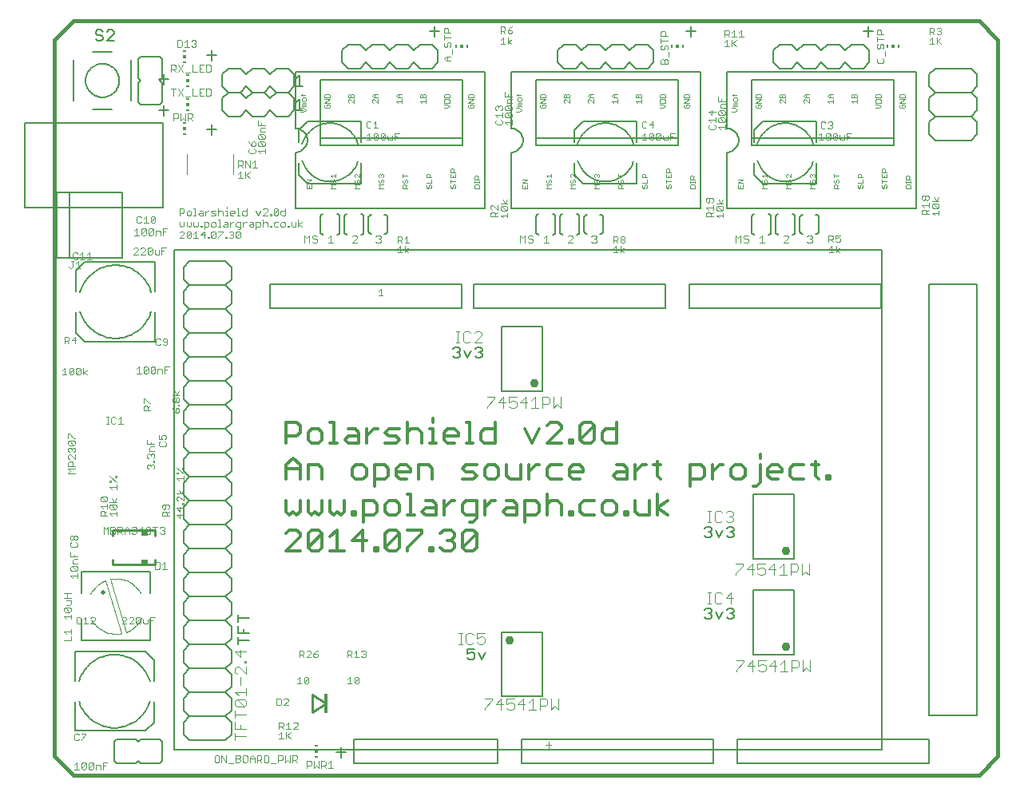
<source format=gto>
G75*
%MOIN*%
%OFA0B0*%
%FSLAX24Y24*%
%IPPOS*%
%LPD*%
%AMOC8*
5,1,8,0,0,1.08239X$1,22.5*
%
%ADD10C,0.0160*%
%ADD11C,0.0030*%
%ADD12C,0.0060*%
%ADD13C,0.0040*%
%ADD14C,0.0120*%
%ADD15C,0.0050*%
%ADD16R,0.0118X0.0059*%
%ADD17R,0.0118X0.0118*%
%ADD18C,0.0080*%
%ADD19C,0.0020*%
%ADD20R,0.0059X0.0118*%
%ADD21C,0.0197*%
%ADD22C,0.0362*%
%ADD23C,0.0100*%
%ADD24R,0.0295X0.0197*%
%ADD25R,0.0118X0.0827*%
D10*
X002180Y002467D02*
X002967Y001680D01*
X040763Y001680D01*
X041550Y002467D01*
X041550Y032389D01*
X040763Y033176D01*
X002967Y033176D01*
X002180Y032389D01*
X002180Y002467D01*
D11*
X003015Y002117D02*
X003112Y002213D01*
X003112Y001923D01*
X003015Y001923D02*
X003209Y001923D01*
X003310Y001971D02*
X003504Y002165D01*
X003504Y001971D01*
X003455Y001923D01*
X003358Y001923D01*
X003310Y001971D01*
X003310Y002165D01*
X003358Y002213D01*
X003455Y002213D01*
X003504Y002165D01*
X003605Y002165D02*
X003653Y002213D01*
X003750Y002213D01*
X003798Y002165D01*
X003605Y001971D01*
X003653Y001923D01*
X003750Y001923D01*
X003798Y001971D01*
X003798Y002165D01*
X003899Y002117D02*
X003899Y001923D01*
X003899Y002117D02*
X004045Y002117D01*
X004093Y002068D01*
X004093Y001923D01*
X004194Y001923D02*
X004194Y002213D01*
X004388Y002213D01*
X004291Y002068D02*
X004194Y002068D01*
X003605Y001971D02*
X003605Y002165D01*
X003294Y003131D02*
X003294Y003179D01*
X003488Y003372D01*
X003488Y003421D01*
X003294Y003421D01*
X003193Y003372D02*
X003145Y003421D01*
X003048Y003421D01*
X002999Y003372D01*
X002999Y003179D01*
X003048Y003131D01*
X003145Y003131D01*
X003193Y003179D01*
X002865Y007295D02*
X002865Y007488D01*
X002865Y007590D02*
X002865Y007783D01*
X002865Y007686D02*
X002575Y007686D01*
X002672Y007590D01*
X002575Y007295D02*
X002865Y007295D01*
X003143Y007995D02*
X003240Y007995D01*
X003288Y008043D01*
X003390Y007995D02*
X003583Y007995D01*
X003486Y007995D02*
X003486Y008285D01*
X003390Y008188D01*
X003288Y008237D02*
X003240Y008285D01*
X003143Y008285D01*
X003095Y008237D01*
X003095Y008043D01*
X003143Y007995D01*
X002865Y008195D02*
X002865Y008388D01*
X002865Y008292D02*
X002575Y008292D01*
X002672Y008195D01*
X002623Y008490D02*
X002575Y008538D01*
X002575Y008635D01*
X002623Y008683D01*
X002817Y008490D01*
X002865Y008538D01*
X002865Y008635D01*
X002817Y008683D01*
X002623Y008683D01*
X002672Y008784D02*
X002817Y008784D01*
X002865Y008833D01*
X002865Y008978D01*
X002672Y008978D01*
X002720Y009079D02*
X002720Y009272D01*
X002575Y009272D02*
X002865Y009272D01*
X002865Y009079D02*
X002575Y009079D01*
X002623Y008490D02*
X002817Y008490D01*
X003684Y008237D02*
X003733Y008285D01*
X003829Y008285D01*
X003878Y008237D01*
X003878Y008188D01*
X003684Y007995D01*
X003878Y007995D01*
X004995Y007995D02*
X005188Y008188D01*
X005188Y008237D01*
X005140Y008285D01*
X005043Y008285D01*
X004995Y008237D01*
X004995Y007995D02*
X005188Y007995D01*
X005290Y007995D02*
X005483Y008188D01*
X005483Y008237D01*
X005435Y008285D01*
X005338Y008285D01*
X005290Y008237D01*
X005290Y007995D02*
X005483Y007995D01*
X005584Y008043D02*
X005778Y008237D01*
X005778Y008043D01*
X005729Y007995D01*
X005633Y007995D01*
X005584Y008043D01*
X005584Y008237D01*
X005633Y008285D01*
X005729Y008285D01*
X005778Y008237D01*
X005879Y008188D02*
X005879Y008043D01*
X005927Y007995D01*
X006072Y007995D01*
X006072Y008188D01*
X006174Y008140D02*
X006270Y008140D01*
X006174Y007995D02*
X006174Y008285D01*
X006367Y008285D01*
X006388Y010288D02*
X006533Y010288D01*
X006582Y010336D01*
X006582Y010529D01*
X006533Y010578D01*
X006388Y010578D01*
X006388Y010288D01*
X006683Y010288D02*
X006877Y010288D01*
X006780Y010288D02*
X006780Y010578D01*
X006683Y010481D01*
X006728Y011753D02*
X006631Y011753D01*
X006583Y011801D01*
X006680Y011898D02*
X006728Y011898D01*
X006777Y011850D01*
X006777Y011801D01*
X006728Y011753D01*
X006728Y011898D02*
X006777Y011946D01*
X006777Y011995D01*
X006728Y012043D01*
X006631Y012043D01*
X006583Y011995D01*
X006482Y012043D02*
X006288Y012043D01*
X006385Y012043D02*
X006385Y011753D01*
X006187Y011801D02*
X006187Y011995D01*
X005994Y011801D01*
X006042Y011753D01*
X006139Y011753D01*
X006187Y011801D01*
X005994Y011801D02*
X005994Y011995D01*
X006042Y012043D01*
X006139Y012043D01*
X006187Y011995D01*
X005893Y011898D02*
X005699Y011898D01*
X005844Y012043D01*
X005844Y011753D01*
X005598Y011801D02*
X005550Y011753D01*
X005453Y011753D01*
X005404Y011801D01*
X005303Y011753D02*
X005303Y011946D01*
X005207Y012043D01*
X005110Y011946D01*
X005110Y011753D01*
X005009Y011753D02*
X004912Y011850D01*
X004960Y011850D02*
X004815Y011850D01*
X004815Y011753D02*
X004815Y012043D01*
X004960Y012043D01*
X005009Y011995D01*
X005009Y011898D01*
X004960Y011850D01*
X005110Y011898D02*
X005303Y011898D01*
X005404Y011995D02*
X005453Y012043D01*
X005550Y012043D01*
X005598Y011995D01*
X005598Y011946D01*
X005550Y011898D01*
X005598Y011850D01*
X005598Y011801D01*
X005550Y011898D02*
X005501Y011898D01*
X004714Y011850D02*
X004714Y011801D01*
X004666Y011753D01*
X004520Y011753D01*
X004520Y012043D01*
X004666Y012043D01*
X004714Y011995D01*
X004714Y011946D01*
X004666Y011898D01*
X004520Y011898D01*
X004666Y011898D02*
X004714Y011850D01*
X004419Y011753D02*
X004419Y012043D01*
X004323Y011946D01*
X004226Y012043D01*
X004226Y011753D01*
X004288Y012511D02*
X004288Y012656D01*
X004240Y012705D01*
X004143Y012705D01*
X004095Y012656D01*
X004095Y012511D01*
X004385Y012511D01*
X004475Y012592D02*
X004572Y012495D01*
X004475Y012592D02*
X004765Y012592D01*
X004765Y012688D02*
X004765Y012495D01*
X004717Y012790D02*
X004523Y012790D01*
X004475Y012838D01*
X004475Y012935D01*
X004523Y012983D01*
X004717Y012790D01*
X004765Y012838D01*
X004765Y012935D01*
X004717Y012983D01*
X004523Y012983D01*
X004475Y013084D02*
X004765Y013084D01*
X004668Y013084D02*
X004572Y013229D01*
X004668Y013084D02*
X004765Y013229D01*
X004385Y013245D02*
X004337Y013294D01*
X004143Y013294D01*
X004337Y013100D01*
X004385Y013149D01*
X004385Y013245D01*
X004337Y013100D02*
X004143Y013100D01*
X004095Y013149D01*
X004095Y013245D01*
X004143Y013294D01*
X004385Y012999D02*
X004385Y012806D01*
X004385Y012902D02*
X004095Y012902D01*
X004192Y012806D01*
X004385Y012705D02*
X004288Y012608D01*
X004572Y013624D02*
X004475Y013721D01*
X004765Y013721D01*
X004765Y013624D02*
X004765Y013818D01*
X004765Y013919D02*
X004475Y014161D01*
X004475Y013968D02*
X004523Y013968D01*
X004523Y013919D01*
X004475Y013919D01*
X004475Y013968D01*
X004717Y014113D02*
X004717Y014161D01*
X004765Y014161D01*
X004765Y014113D01*
X004717Y014113D01*
X006047Y014511D02*
X006047Y014608D01*
X006095Y014656D01*
X006143Y014656D01*
X006192Y014608D01*
X006240Y014656D01*
X006289Y014656D01*
X006337Y014608D01*
X006337Y014511D01*
X006289Y014463D01*
X006192Y014560D02*
X006192Y014608D01*
X006095Y014463D02*
X006047Y014511D01*
X006289Y014757D02*
X006289Y014806D01*
X006337Y014806D01*
X006337Y014757D01*
X006289Y014757D01*
X006289Y014905D02*
X006337Y014953D01*
X006337Y015050D01*
X006289Y015098D01*
X006240Y015098D01*
X006192Y015050D01*
X006192Y015001D01*
X006192Y015050D02*
X006143Y015098D01*
X006095Y015098D01*
X006047Y015050D01*
X006047Y014953D01*
X006095Y014905D01*
X006143Y015199D02*
X006143Y015345D01*
X006192Y015393D01*
X006337Y015393D01*
X006337Y015494D02*
X006047Y015494D01*
X006047Y015688D01*
X006192Y015591D02*
X006192Y015494D01*
X006143Y015199D02*
X006337Y015199D01*
X006539Y015448D02*
X006588Y015399D01*
X006781Y015399D01*
X006829Y015448D01*
X006829Y015545D01*
X006781Y015593D01*
X006781Y015694D02*
X006829Y015742D01*
X006829Y015839D01*
X006781Y015888D01*
X006684Y015888D01*
X006636Y015839D01*
X006636Y015791D01*
X006684Y015694D01*
X006539Y015694D01*
X006539Y015888D01*
X006588Y015593D02*
X006539Y015545D01*
X006539Y015448D01*
X007275Y014503D02*
X007565Y014261D01*
X007565Y014160D02*
X007565Y013966D01*
X007565Y014063D02*
X007275Y014063D01*
X007372Y013966D01*
X007323Y014261D02*
X007275Y014261D01*
X007275Y014310D01*
X007323Y014310D01*
X007323Y014261D01*
X007517Y014455D02*
X007517Y014503D01*
X007565Y014503D01*
X007565Y014455D01*
X007517Y014455D01*
X007565Y013571D02*
X007468Y013426D01*
X007372Y013571D01*
X007275Y013426D02*
X007565Y013426D01*
X007565Y013325D02*
X007565Y013132D01*
X007372Y013325D01*
X007323Y013325D01*
X007275Y013277D01*
X007275Y013180D01*
X007323Y013132D01*
X007517Y013033D02*
X007565Y013033D01*
X007565Y012984D01*
X007517Y012984D01*
X007517Y013033D01*
X007420Y012883D02*
X007420Y012690D01*
X007275Y012835D01*
X007565Y012835D01*
X007420Y012588D02*
X007420Y012395D01*
X007275Y012540D01*
X007565Y012540D01*
X006965Y012495D02*
X006675Y012495D01*
X006675Y012640D01*
X006723Y012688D01*
X006820Y012688D01*
X006868Y012640D01*
X006868Y012495D01*
X006868Y012592D02*
X006965Y012688D01*
X006917Y012790D02*
X006965Y012838D01*
X006965Y012935D01*
X006917Y012983D01*
X006723Y012983D01*
X006675Y012935D01*
X006675Y012838D01*
X006723Y012790D01*
X006772Y012790D01*
X006820Y012838D01*
X006820Y012983D01*
X005030Y016345D02*
X004836Y016345D01*
X004933Y016345D02*
X004933Y016635D01*
X004836Y016538D01*
X004735Y016587D02*
X004687Y016635D01*
X004590Y016635D01*
X004541Y016587D01*
X004541Y016393D01*
X004590Y016345D01*
X004687Y016345D01*
X004735Y016393D01*
X004442Y016345D02*
X004345Y016345D01*
X004393Y016345D02*
X004393Y016635D01*
X004345Y016635D02*
X004442Y016635D01*
X005895Y016906D02*
X005895Y017051D01*
X005943Y017099D01*
X006040Y017099D01*
X006088Y017051D01*
X006088Y016906D01*
X006088Y017002D02*
X006185Y017099D01*
X006185Y017200D02*
X006137Y017200D01*
X005943Y017394D01*
X005895Y017394D01*
X005895Y017200D01*
X005895Y016906D02*
X006185Y016906D01*
X007095Y017006D02*
X007143Y016910D01*
X007240Y016813D01*
X007240Y016958D01*
X007288Y017006D01*
X007337Y017006D01*
X007385Y016958D01*
X007385Y016861D01*
X007337Y016813D01*
X007240Y016813D01*
X007337Y017107D02*
X007337Y017156D01*
X007385Y017156D01*
X007385Y017107D01*
X007337Y017107D01*
X007337Y017255D02*
X007288Y017255D01*
X007240Y017303D01*
X007240Y017400D01*
X007288Y017448D01*
X007337Y017448D01*
X007385Y017400D01*
X007385Y017303D01*
X007337Y017255D01*
X007240Y017303D02*
X007192Y017255D01*
X007143Y017255D01*
X007095Y017303D01*
X007095Y017400D01*
X007143Y017448D01*
X007192Y017448D01*
X007240Y017400D01*
X007288Y017549D02*
X007192Y017695D01*
X007288Y017549D02*
X007385Y017695D01*
X007385Y017549D02*
X007095Y017549D01*
X006780Y018447D02*
X006780Y018737D01*
X006973Y018737D01*
X006877Y018592D02*
X006780Y018592D01*
X006679Y018592D02*
X006679Y018447D01*
X006679Y018592D02*
X006630Y018640D01*
X006485Y018640D01*
X006485Y018447D01*
X006384Y018495D02*
X006336Y018447D01*
X006239Y018447D01*
X006191Y018495D01*
X006384Y018689D01*
X006384Y018495D01*
X006191Y018495D02*
X006191Y018689D01*
X006239Y018737D01*
X006336Y018737D01*
X006384Y018689D01*
X006089Y018689D02*
X005896Y018495D01*
X005944Y018447D01*
X006041Y018447D01*
X006089Y018495D01*
X006089Y018689D01*
X006041Y018737D01*
X005944Y018737D01*
X005896Y018689D01*
X005896Y018495D01*
X005795Y018447D02*
X005601Y018447D01*
X005698Y018447D02*
X005698Y018737D01*
X005601Y018640D01*
X006448Y019631D02*
X006545Y019631D01*
X006593Y019679D01*
X006694Y019679D02*
X006742Y019631D01*
X006839Y019631D01*
X006888Y019679D01*
X006888Y019872D01*
X006839Y019921D01*
X006742Y019921D01*
X006694Y019872D01*
X006694Y019824D01*
X006742Y019776D01*
X006888Y019776D01*
X006593Y019872D02*
X006545Y019921D01*
X006448Y019921D01*
X006399Y019872D01*
X006399Y019679D01*
X006448Y019631D01*
X003524Y018588D02*
X003379Y018492D01*
X003524Y018395D01*
X003379Y018395D02*
X003379Y018685D01*
X003278Y018637D02*
X003084Y018443D01*
X003133Y018395D01*
X003229Y018395D01*
X003278Y018443D01*
X003278Y018637D01*
X003229Y018685D01*
X003133Y018685D01*
X003084Y018637D01*
X003084Y018443D01*
X002983Y018443D02*
X002935Y018395D01*
X002838Y018395D01*
X002790Y018443D01*
X002983Y018637D01*
X002983Y018443D01*
X002790Y018443D02*
X002790Y018637D01*
X002838Y018685D01*
X002935Y018685D01*
X002983Y018637D01*
X002688Y018395D02*
X002495Y018395D01*
X002592Y018395D02*
X002592Y018685D01*
X002495Y018588D01*
X002595Y019695D02*
X002595Y019985D01*
X002740Y019985D01*
X002788Y019937D01*
X002788Y019840D01*
X002740Y019792D01*
X002595Y019792D01*
X002692Y019792D02*
X002788Y019695D01*
X002890Y019840D02*
X003083Y019840D01*
X003035Y019695D02*
X003035Y019985D01*
X002890Y019840D01*
X002884Y022844D02*
X002932Y022892D01*
X002932Y023134D01*
X002884Y023134D02*
X002980Y023134D01*
X003003Y023215D02*
X003100Y023215D01*
X003148Y023263D01*
X003249Y023215D02*
X003443Y023215D01*
X003346Y023215D02*
X003346Y023505D01*
X003249Y023408D01*
X003148Y023457D02*
X003100Y023505D01*
X003003Y023505D01*
X002955Y023457D01*
X002955Y023263D01*
X003003Y023215D01*
X003178Y023134D02*
X003178Y022844D01*
X003081Y022844D02*
X003275Y022844D01*
X003081Y023037D02*
X003178Y023134D01*
X003544Y023215D02*
X003738Y023215D01*
X003641Y023215D02*
X003641Y023505D01*
X003544Y023408D01*
X002884Y022844D02*
X002835Y022844D01*
X002787Y022892D01*
X005476Y023416D02*
X005669Y023610D01*
X005669Y023658D01*
X005621Y023707D01*
X005524Y023707D01*
X005476Y023658D01*
X005476Y023416D02*
X005669Y023416D01*
X005770Y023416D02*
X005964Y023610D01*
X005964Y023658D01*
X005915Y023707D01*
X005819Y023707D01*
X005770Y023658D01*
X005770Y023416D02*
X005964Y023416D01*
X006065Y023465D02*
X006258Y023658D01*
X006258Y023465D01*
X006210Y023416D01*
X006113Y023416D01*
X006065Y023465D01*
X006065Y023658D01*
X006113Y023707D01*
X006210Y023707D01*
X006258Y023658D01*
X006360Y023610D02*
X006360Y023465D01*
X006408Y023416D01*
X006553Y023416D01*
X006553Y023610D01*
X006654Y023561D02*
X006751Y023561D01*
X006654Y023416D02*
X006654Y023707D01*
X006848Y023707D01*
X006694Y024223D02*
X006694Y024513D01*
X006888Y024513D01*
X006791Y024368D02*
X006694Y024368D01*
X006593Y024368D02*
X006593Y024223D01*
X006593Y024368D02*
X006545Y024417D01*
X006399Y024417D01*
X006399Y024223D01*
X006298Y024271D02*
X006298Y024465D01*
X006105Y024271D01*
X006153Y024223D01*
X006250Y024223D01*
X006298Y024271D01*
X006105Y024271D02*
X006105Y024465D01*
X006153Y024513D01*
X006250Y024513D01*
X006298Y024465D01*
X006339Y024731D02*
X006242Y024731D01*
X006194Y024779D01*
X006388Y024972D01*
X006388Y024779D01*
X006339Y024731D01*
X006194Y024779D02*
X006194Y024972D01*
X006242Y025021D01*
X006339Y025021D01*
X006388Y024972D01*
X006093Y024731D02*
X005899Y024731D01*
X005996Y024731D02*
X005996Y025021D01*
X005899Y024924D01*
X005798Y024972D02*
X005750Y025021D01*
X005653Y025021D01*
X005605Y024972D01*
X005605Y024779D01*
X005653Y024731D01*
X005750Y024731D01*
X005798Y024779D01*
X005858Y024513D02*
X005955Y024513D01*
X006004Y024465D01*
X005810Y024271D01*
X005858Y024223D01*
X005955Y024223D01*
X006004Y024271D01*
X006004Y024465D01*
X005858Y024513D02*
X005810Y024465D01*
X005810Y024271D01*
X005709Y024223D02*
X005515Y024223D01*
X005612Y024223D02*
X005612Y024513D01*
X005515Y024417D01*
X007395Y024337D02*
X007443Y024385D01*
X007540Y024385D01*
X007588Y024337D01*
X007588Y024288D01*
X007395Y024095D01*
X007588Y024095D01*
X007690Y024143D02*
X007883Y024337D01*
X007883Y024143D01*
X007835Y024095D01*
X007738Y024095D01*
X007690Y024143D01*
X007690Y024337D01*
X007738Y024385D01*
X007835Y024385D01*
X007883Y024337D01*
X007984Y024288D02*
X008081Y024385D01*
X008081Y024095D01*
X007984Y024095D02*
X008178Y024095D01*
X008279Y024240D02*
X008472Y024240D01*
X008574Y024143D02*
X008622Y024143D01*
X008622Y024095D01*
X008574Y024095D01*
X008574Y024143D01*
X008721Y024143D02*
X008914Y024337D01*
X008914Y024143D01*
X008866Y024095D01*
X008769Y024095D01*
X008721Y024143D01*
X008721Y024337D01*
X008769Y024385D01*
X008866Y024385D01*
X008914Y024337D01*
X009016Y024385D02*
X009209Y024385D01*
X009209Y024337D01*
X009016Y024143D01*
X009016Y024095D01*
X009310Y024095D02*
X009359Y024095D01*
X009359Y024143D01*
X009310Y024143D01*
X009310Y024095D01*
X009458Y024143D02*
X009506Y024095D01*
X009603Y024095D01*
X009651Y024143D01*
X009651Y024192D01*
X009603Y024240D01*
X009554Y024240D01*
X009603Y024240D02*
X009651Y024288D01*
X009651Y024337D01*
X009603Y024385D01*
X009506Y024385D01*
X009458Y024337D01*
X009507Y024575D02*
X009507Y024768D01*
X009507Y024672D02*
X009603Y024768D01*
X009652Y024768D01*
X009752Y024720D02*
X009752Y024623D01*
X009801Y024575D01*
X009946Y024575D01*
X009946Y024527D02*
X009946Y024768D01*
X009801Y024768D01*
X009752Y024720D01*
X009849Y024478D02*
X009897Y024478D01*
X009946Y024527D01*
X010047Y024575D02*
X010047Y024768D01*
X010047Y024672D02*
X010144Y024768D01*
X010192Y024768D01*
X010341Y024768D02*
X010438Y024768D01*
X010486Y024720D01*
X010486Y024575D01*
X010341Y024575D01*
X010292Y024623D01*
X010341Y024672D01*
X010486Y024672D01*
X010587Y024768D02*
X010587Y024478D01*
X010587Y024575D02*
X010732Y024575D01*
X010781Y024623D01*
X010781Y024720D01*
X010732Y024768D01*
X010587Y024768D01*
X010882Y024720D02*
X010930Y024768D01*
X011027Y024768D01*
X011075Y024720D01*
X011075Y024575D01*
X011176Y024575D02*
X011225Y024575D01*
X011225Y024623D01*
X011176Y024623D01*
X011176Y024575D01*
X011324Y024623D02*
X011372Y024575D01*
X011517Y024575D01*
X011618Y024623D02*
X011667Y024575D01*
X011763Y024575D01*
X011812Y024623D01*
X011812Y024720D01*
X011763Y024768D01*
X011667Y024768D01*
X011618Y024720D01*
X011618Y024623D01*
X011517Y024768D02*
X011372Y024768D01*
X011324Y024720D01*
X011324Y024623D01*
X011372Y025055D02*
X011324Y025103D01*
X011517Y025297D01*
X011517Y025103D01*
X011469Y025055D01*
X011372Y025055D01*
X011324Y025103D02*
X011324Y025297D01*
X011372Y025345D01*
X011469Y025345D01*
X011517Y025297D01*
X011618Y025200D02*
X011667Y025248D01*
X011812Y025248D01*
X011812Y025345D02*
X011812Y025055D01*
X011667Y025055D01*
X011618Y025103D01*
X011618Y025200D01*
X011225Y025103D02*
X011225Y025055D01*
X011176Y025055D01*
X011176Y025103D01*
X011225Y025103D01*
X011075Y025055D02*
X010882Y025055D01*
X011075Y025248D01*
X011075Y025297D01*
X011027Y025345D01*
X010930Y025345D01*
X010882Y025297D01*
X010781Y025248D02*
X010684Y025055D01*
X010587Y025248D01*
X010191Y025248D02*
X010046Y025248D01*
X009998Y025200D01*
X009998Y025103D01*
X010046Y025055D01*
X010191Y025055D01*
X010191Y025345D01*
X009850Y025345D02*
X009850Y025055D01*
X009898Y025055D02*
X009801Y025055D01*
X009700Y025152D02*
X009507Y025152D01*
X009507Y025200D02*
X009555Y025248D01*
X009652Y025248D01*
X009700Y025200D01*
X009700Y025152D01*
X009652Y025055D02*
X009555Y025055D01*
X009507Y025103D01*
X009507Y025200D01*
X009359Y025248D02*
X009359Y025055D01*
X009407Y025055D02*
X009310Y025055D01*
X009209Y025055D02*
X009209Y025200D01*
X009161Y025248D01*
X009064Y025248D01*
X009016Y025200D01*
X008914Y025248D02*
X008769Y025248D01*
X008721Y025200D01*
X008769Y025152D01*
X008866Y025152D01*
X008914Y025103D01*
X008866Y025055D01*
X008721Y025055D01*
X008621Y025248D02*
X008572Y025248D01*
X008475Y025152D01*
X008475Y025248D02*
X008475Y025055D01*
X008374Y025055D02*
X008374Y025200D01*
X008326Y025248D01*
X008229Y025248D01*
X008229Y025152D02*
X008374Y025152D01*
X008374Y025055D02*
X008229Y025055D01*
X008181Y025103D01*
X008229Y025152D01*
X008081Y025055D02*
X007984Y025055D01*
X008033Y025055D02*
X008033Y025345D01*
X007984Y025345D01*
X007883Y025200D02*
X007835Y025248D01*
X007738Y025248D01*
X007690Y025200D01*
X007690Y025103D01*
X007738Y025055D01*
X007835Y025055D01*
X007883Y025103D01*
X007883Y025200D01*
X007588Y025200D02*
X007540Y025152D01*
X007395Y025152D01*
X007395Y025055D02*
X007395Y025345D01*
X007540Y025345D01*
X007588Y025297D01*
X007588Y025200D01*
X007588Y024768D02*
X007588Y024623D01*
X007540Y024575D01*
X007492Y024623D01*
X007443Y024575D01*
X007395Y024623D01*
X007395Y024768D01*
X007690Y024768D02*
X007690Y024623D01*
X007738Y024575D01*
X007786Y024623D01*
X007835Y024575D01*
X007883Y024623D01*
X007883Y024768D01*
X007984Y024768D02*
X007984Y024623D01*
X008033Y024575D01*
X008081Y024623D01*
X008129Y024575D01*
X008178Y024623D01*
X008178Y024768D01*
X008279Y024623D02*
X008327Y024623D01*
X008327Y024575D01*
X008279Y024575D01*
X008279Y024623D01*
X008426Y024575D02*
X008571Y024575D01*
X008620Y024623D01*
X008620Y024720D01*
X008571Y024768D01*
X008426Y024768D01*
X008426Y024478D01*
X008424Y024385D02*
X008279Y024240D01*
X008424Y024095D02*
X008424Y024385D01*
X008721Y024623D02*
X008769Y024575D01*
X008866Y024575D01*
X008914Y024623D01*
X008914Y024720D01*
X008866Y024768D01*
X008769Y024768D01*
X008721Y024720D01*
X008721Y024623D01*
X009016Y024575D02*
X009112Y024575D01*
X009064Y024575D02*
X009064Y024865D01*
X009016Y024865D01*
X009016Y025055D02*
X009016Y025345D01*
X009310Y025248D02*
X009359Y025248D01*
X009359Y025345D02*
X009359Y025394D01*
X009801Y025345D02*
X009850Y025345D01*
X009357Y024768D02*
X009406Y024720D01*
X009406Y024575D01*
X009260Y024575D01*
X009212Y024623D01*
X009260Y024672D01*
X009406Y024672D01*
X009357Y024768D02*
X009260Y024768D01*
X009752Y024337D02*
X009801Y024385D01*
X009897Y024385D01*
X009946Y024337D01*
X009752Y024143D01*
X009801Y024095D01*
X009897Y024095D01*
X009946Y024143D01*
X009946Y024337D01*
X009752Y024337D02*
X009752Y024143D01*
X010882Y024575D02*
X010882Y024865D01*
X011913Y024623D02*
X011961Y024623D01*
X011961Y024575D01*
X011913Y024575D01*
X011913Y024623D01*
X012060Y024623D02*
X012109Y024575D01*
X012254Y024575D01*
X012254Y024768D01*
X012355Y024672D02*
X012500Y024768D01*
X012355Y024672D02*
X012500Y024575D01*
X012355Y024575D02*
X012355Y024865D01*
X012060Y024768D02*
X012060Y024623D01*
X010333Y026595D02*
X010188Y026740D01*
X010140Y026692D02*
X010333Y026885D01*
X010333Y027045D02*
X010333Y027335D01*
X010434Y027238D02*
X010531Y027335D01*
X010531Y027045D01*
X010434Y027045D02*
X010628Y027045D01*
X010333Y027045D02*
X010140Y027335D01*
X010140Y027045D01*
X010038Y027045D02*
X009942Y027142D01*
X009990Y027142D02*
X009845Y027142D01*
X009845Y027045D02*
X009845Y027335D01*
X009990Y027335D01*
X010038Y027287D01*
X010038Y027190D01*
X009990Y027142D01*
X009942Y026885D02*
X009942Y026595D01*
X010038Y026595D02*
X009845Y026595D01*
X009845Y026788D02*
X009942Y026885D01*
X010140Y026885D02*
X010140Y026595D01*
X010323Y027645D02*
X010517Y027645D01*
X010565Y027693D01*
X010565Y027790D01*
X010517Y027838D01*
X010517Y027940D02*
X010565Y027988D01*
X010565Y028085D01*
X010517Y028133D01*
X010468Y028133D01*
X010420Y028085D01*
X010420Y027940D01*
X010517Y027940D01*
X010420Y027940D02*
X010323Y028036D01*
X010275Y028133D01*
X010323Y027838D02*
X010275Y027790D01*
X010275Y027693D01*
X010323Y027645D01*
X010675Y027742D02*
X010965Y027742D01*
X010965Y027838D02*
X010965Y027645D01*
X010772Y027645D02*
X010675Y027742D01*
X010723Y027940D02*
X010675Y027988D01*
X010675Y028085D01*
X010723Y028133D01*
X010917Y027940D01*
X010965Y027988D01*
X010965Y028085D01*
X010917Y028133D01*
X010723Y028133D01*
X010723Y028234D02*
X010675Y028283D01*
X010675Y028379D01*
X010723Y028428D01*
X010917Y028234D01*
X010965Y028283D01*
X010965Y028379D01*
X010917Y028428D01*
X010723Y028428D01*
X010772Y028529D02*
X010772Y028674D01*
X010820Y028722D01*
X010965Y028722D01*
X010965Y028824D02*
X010675Y028824D01*
X010675Y029017D01*
X010820Y028920D02*
X010820Y028824D01*
X010772Y028529D02*
X010965Y028529D01*
X010917Y028234D02*
X010723Y028234D01*
X010723Y027940D02*
X010917Y027940D01*
X008712Y030093D02*
X008712Y030287D01*
X008663Y030335D01*
X008518Y030335D01*
X008518Y030045D01*
X008663Y030045D01*
X008712Y030093D01*
X008417Y030045D02*
X008224Y030045D01*
X008224Y030335D01*
X008417Y030335D01*
X008320Y030190D02*
X008224Y030190D01*
X008122Y030045D02*
X007929Y030045D01*
X007929Y030335D01*
X007828Y029997D02*
X007634Y029997D01*
X007533Y030045D02*
X007340Y030335D01*
X007238Y030335D02*
X007045Y030335D01*
X007142Y030335D02*
X007142Y030045D01*
X007340Y030045D02*
X007533Y030335D01*
X007634Y030997D02*
X007828Y030997D01*
X007929Y031045D02*
X008122Y031045D01*
X008224Y031045D02*
X008417Y031045D01*
X008518Y031045D02*
X008663Y031045D01*
X008712Y031093D01*
X008712Y031287D01*
X008663Y031335D01*
X008518Y031335D01*
X008518Y031045D01*
X008320Y031190D02*
X008224Y031190D01*
X008224Y031335D02*
X008224Y031045D01*
X008224Y031335D02*
X008417Y031335D01*
X007929Y031335D02*
X007929Y031045D01*
X007533Y031045D02*
X007340Y031335D01*
X007238Y031287D02*
X007238Y031190D01*
X007190Y031142D01*
X007045Y031142D01*
X007142Y031142D02*
X007238Y031045D01*
X007340Y031045D02*
X007533Y031335D01*
X007238Y031287D02*
X007190Y031335D01*
X007045Y031335D01*
X007045Y031045D01*
X007151Y029307D02*
X007296Y029307D01*
X007345Y029259D01*
X007345Y029162D01*
X007296Y029114D01*
X007151Y029114D01*
X007151Y029017D02*
X007151Y029307D01*
X007446Y029307D02*
X007446Y029017D01*
X007543Y029114D01*
X007639Y029017D01*
X007639Y029307D01*
X007741Y029307D02*
X007886Y029307D01*
X007934Y029259D01*
X007934Y029162D01*
X007886Y029114D01*
X007741Y029114D01*
X007837Y029114D02*
X007934Y029017D01*
X007741Y029017D02*
X007741Y029307D01*
X016495Y024185D02*
X016495Y023895D01*
X016495Y023992D02*
X016640Y023992D01*
X016688Y024040D01*
X016688Y024137D01*
X016640Y024185D01*
X016495Y024185D01*
X016592Y023992D02*
X016688Y023895D01*
X016790Y023895D02*
X016983Y023895D01*
X016886Y023895D02*
X016886Y024185D01*
X016790Y024088D01*
X016790Y023785D02*
X016790Y023495D01*
X016790Y023592D02*
X016935Y023688D01*
X016790Y023592D02*
X016935Y023495D01*
X016688Y023495D02*
X016495Y023495D01*
X016592Y023495D02*
X016592Y023785D01*
X016495Y023688D01*
X015792Y021985D02*
X015792Y021695D01*
X015888Y021695D02*
X015695Y021695D01*
X015695Y021888D02*
X015792Y021985D01*
X020375Y024995D02*
X020375Y025140D01*
X020423Y025188D01*
X020520Y025188D01*
X020568Y025140D01*
X020568Y024995D01*
X020568Y025092D02*
X020665Y025188D01*
X020665Y025290D02*
X020472Y025483D01*
X020423Y025483D01*
X020375Y025435D01*
X020375Y025338D01*
X020423Y025290D01*
X020665Y025290D02*
X020665Y025483D01*
X020795Y025549D02*
X021085Y025549D01*
X020988Y025549D02*
X020892Y025695D01*
X020988Y025549D02*
X021085Y025695D01*
X021037Y025448D02*
X021085Y025400D01*
X021085Y025303D01*
X021037Y025255D01*
X020843Y025448D01*
X021037Y025448D01*
X021037Y025255D02*
X020843Y025255D01*
X020795Y025303D01*
X020795Y025400D01*
X020843Y025448D01*
X021085Y025154D02*
X021085Y024960D01*
X021085Y025057D02*
X020795Y025057D01*
X020892Y024960D01*
X020665Y024995D02*
X020375Y024995D01*
X020623Y028845D02*
X020817Y028845D01*
X020865Y028893D01*
X020865Y028990D01*
X020817Y029038D01*
X020865Y029140D02*
X020865Y029333D01*
X020865Y029236D02*
X020575Y029236D01*
X020672Y029140D01*
X020623Y029038D02*
X020575Y028990D01*
X020575Y028893D01*
X020623Y028845D01*
X020975Y028942D02*
X021265Y028942D01*
X021265Y029038D02*
X021265Y028845D01*
X021072Y028845D02*
X020975Y028942D01*
X021023Y029140D02*
X020975Y029188D01*
X020975Y029285D01*
X021023Y029333D01*
X021217Y029140D01*
X021265Y029188D01*
X021265Y029285D01*
X021217Y029333D01*
X021023Y029333D01*
X021023Y029434D02*
X020975Y029483D01*
X020975Y029579D01*
X021023Y029628D01*
X021217Y029434D01*
X021265Y029483D01*
X021265Y029579D01*
X021217Y029628D01*
X021023Y029628D01*
X021072Y029729D02*
X021072Y029874D01*
X021120Y029922D01*
X021265Y029922D01*
X021265Y030024D02*
X020975Y030024D01*
X020975Y030217D01*
X021120Y030120D02*
X021120Y030024D01*
X021072Y029729D02*
X021265Y029729D01*
X021217Y029434D02*
X021023Y029434D01*
X020865Y029483D02*
X020817Y029434D01*
X020865Y029483D02*
X020865Y029579D01*
X020817Y029628D01*
X020768Y029628D01*
X020720Y029579D01*
X020720Y029531D01*
X020720Y029579D02*
X020672Y029628D01*
X020623Y029628D01*
X020575Y029579D01*
X020575Y029483D01*
X020623Y029434D01*
X021023Y029140D02*
X021217Y029140D01*
X018715Y031495D02*
X018522Y031495D01*
X018425Y031592D01*
X018522Y031688D01*
X018715Y031688D01*
X018763Y031790D02*
X018763Y031983D01*
X018667Y032084D02*
X018715Y032133D01*
X018715Y032229D01*
X018667Y032278D01*
X018618Y032278D01*
X018570Y032229D01*
X018570Y032133D01*
X018522Y032084D01*
X018473Y032084D01*
X018425Y032133D01*
X018425Y032229D01*
X018473Y032278D01*
X018425Y032379D02*
X018425Y032572D01*
X018425Y032476D02*
X018715Y032476D01*
X018715Y032674D02*
X018425Y032674D01*
X018425Y032819D01*
X018473Y032867D01*
X018570Y032867D01*
X018618Y032819D01*
X018618Y032674D01*
X018570Y031688D02*
X018570Y031495D01*
X020795Y032195D02*
X020988Y032195D01*
X020892Y032195D02*
X020892Y032485D01*
X020795Y032388D01*
X020795Y032645D02*
X020795Y032935D01*
X020940Y032935D01*
X020988Y032887D01*
X020988Y032790D01*
X020940Y032742D01*
X020795Y032742D01*
X020892Y032742D02*
X020988Y032645D01*
X021090Y032693D02*
X021138Y032645D01*
X021235Y032645D01*
X021283Y032693D01*
X021283Y032742D01*
X021235Y032790D01*
X021090Y032790D01*
X021090Y032693D01*
X021090Y032790D02*
X021186Y032887D01*
X021283Y032935D01*
X021090Y032485D02*
X021090Y032195D01*
X021090Y032292D02*
X021235Y032388D01*
X021090Y032292D02*
X021235Y032195D01*
X026695Y028937D02*
X026695Y028743D01*
X026743Y028695D01*
X026840Y028695D01*
X026888Y028743D01*
X026990Y028840D02*
X027183Y028840D01*
X027135Y028695D02*
X027135Y028985D01*
X026990Y028840D01*
X026888Y028937D02*
X026840Y028985D01*
X026743Y028985D01*
X026695Y028937D01*
X026792Y028485D02*
X026792Y028195D01*
X026888Y028195D02*
X026695Y028195D01*
X026695Y028388D02*
X026792Y028485D01*
X026990Y028437D02*
X027038Y028485D01*
X027135Y028485D01*
X027183Y028437D01*
X026990Y028243D01*
X027038Y028195D01*
X027135Y028195D01*
X027183Y028243D01*
X027183Y028437D01*
X027284Y028437D02*
X027333Y028485D01*
X027429Y028485D01*
X027478Y028437D01*
X027284Y028243D01*
X027333Y028195D01*
X027429Y028195D01*
X027478Y028243D01*
X027478Y028437D01*
X027579Y028388D02*
X027579Y028243D01*
X027627Y028195D01*
X027772Y028195D01*
X027772Y028388D01*
X027874Y028340D02*
X027970Y028340D01*
X027874Y028195D02*
X027874Y028485D01*
X028067Y028485D01*
X027284Y028437D02*
X027284Y028243D01*
X026990Y028243D02*
X026990Y028437D01*
X029475Y028693D02*
X029523Y028645D01*
X029717Y028645D01*
X029765Y028693D01*
X029765Y028790D01*
X029717Y028838D01*
X029765Y028940D02*
X029765Y029133D01*
X029765Y029036D02*
X029475Y029036D01*
X029572Y028940D01*
X029523Y028838D02*
X029475Y028790D01*
X029475Y028693D01*
X029875Y028742D02*
X030165Y028742D01*
X030165Y028838D02*
X030165Y028645D01*
X029972Y028645D02*
X029875Y028742D01*
X029923Y028940D02*
X029875Y028988D01*
X029875Y029085D01*
X029923Y029133D01*
X030117Y028940D01*
X030165Y028988D01*
X030165Y029085D01*
X030117Y029133D01*
X029923Y029133D01*
X029923Y029234D02*
X029875Y029283D01*
X029875Y029379D01*
X029923Y029428D01*
X030117Y029234D01*
X030165Y029283D01*
X030165Y029379D01*
X030117Y029428D01*
X029923Y029428D01*
X029972Y029529D02*
X029972Y029674D01*
X030020Y029722D01*
X030165Y029722D01*
X030165Y029824D02*
X029875Y029824D01*
X029875Y030017D01*
X030020Y029920D02*
X030020Y029824D01*
X029972Y029529D02*
X030165Y029529D01*
X030117Y029234D02*
X029923Y029234D01*
X029765Y029379D02*
X029475Y029379D01*
X029620Y029234D01*
X029620Y029428D01*
X029923Y028940D02*
X030117Y028940D01*
X027772Y031372D02*
X027772Y031517D01*
X027724Y031565D01*
X027676Y031565D01*
X027627Y031517D01*
X027627Y031372D01*
X027772Y031372D02*
X027482Y031372D01*
X027482Y031517D01*
X027531Y031565D01*
X027579Y031565D01*
X027627Y031517D01*
X027821Y031666D02*
X027821Y031860D01*
X027724Y031961D02*
X027772Y032009D01*
X027772Y032106D01*
X027724Y032155D01*
X027676Y032155D01*
X027627Y032106D01*
X027627Y032009D01*
X027579Y031961D01*
X027531Y031961D01*
X027482Y032009D01*
X027482Y032106D01*
X027531Y032155D01*
X027482Y032256D02*
X027482Y032449D01*
X027482Y032352D02*
X027772Y032352D01*
X027772Y032550D02*
X027482Y032550D01*
X027482Y032695D01*
X027531Y032744D01*
X027627Y032744D01*
X027676Y032695D01*
X027676Y032550D01*
X030145Y032592D02*
X030290Y032592D01*
X030338Y032640D01*
X030338Y032737D01*
X030290Y032785D01*
X030145Y032785D01*
X030145Y032495D01*
X030242Y032592D02*
X030338Y032495D01*
X030440Y032495D02*
X030633Y032495D01*
X030536Y032495D02*
X030536Y032785D01*
X030440Y032688D01*
X030734Y032688D02*
X030831Y032785D01*
X030831Y032495D01*
X030734Y032495D02*
X030928Y032495D01*
X030633Y032385D02*
X030440Y032192D01*
X030488Y032240D02*
X030633Y032095D01*
X030440Y032095D02*
X030440Y032385D01*
X030242Y032385D02*
X030242Y032095D01*
X030338Y032095D02*
X030145Y032095D01*
X030145Y032288D02*
X030242Y032385D01*
X034160Y028916D02*
X034209Y028964D01*
X034305Y028964D01*
X034354Y028916D01*
X034455Y028916D02*
X034503Y028964D01*
X034600Y028964D01*
X034649Y028916D01*
X034649Y028868D01*
X034600Y028819D01*
X034649Y028771D01*
X034649Y028723D01*
X034600Y028674D01*
X034503Y028674D01*
X034455Y028723D01*
X034354Y028723D02*
X034305Y028674D01*
X034209Y028674D01*
X034160Y028723D01*
X034160Y028916D01*
X034552Y028819D02*
X034600Y028819D01*
X034510Y028488D02*
X034558Y028440D01*
X034365Y028247D01*
X034413Y028198D01*
X034510Y028198D01*
X034558Y028247D01*
X034558Y028440D01*
X034510Y028488D02*
X034413Y028488D01*
X034365Y028440D01*
X034365Y028247D01*
X034264Y028198D02*
X034070Y028198D01*
X034167Y028198D02*
X034167Y028488D01*
X034070Y028392D01*
X034659Y028440D02*
X034708Y028488D01*
X034805Y028488D01*
X034853Y028440D01*
X034659Y028247D01*
X034708Y028198D01*
X034805Y028198D01*
X034853Y028247D01*
X034853Y028440D01*
X034954Y028392D02*
X034954Y028247D01*
X035002Y028198D01*
X035148Y028198D01*
X035148Y028392D01*
X035249Y028343D02*
X035346Y028343D01*
X035249Y028198D02*
X035249Y028488D01*
X035442Y028488D01*
X034659Y028440D02*
X034659Y028247D01*
X036543Y031422D02*
X036737Y031422D01*
X036785Y031470D01*
X036785Y031567D01*
X036737Y031615D01*
X036833Y031716D02*
X036833Y031910D01*
X036737Y032011D02*
X036785Y032059D01*
X036785Y032156D01*
X036737Y032205D01*
X036688Y032205D01*
X036640Y032156D01*
X036640Y032059D01*
X036592Y032011D01*
X036543Y032011D01*
X036495Y032059D01*
X036495Y032156D01*
X036543Y032205D01*
X036495Y032306D02*
X036495Y032499D01*
X036495Y032402D02*
X036785Y032402D01*
X036785Y032600D02*
X036495Y032600D01*
X036495Y032745D01*
X036543Y032794D01*
X036640Y032794D01*
X036688Y032745D01*
X036688Y032600D01*
X036543Y031615D02*
X036495Y031567D01*
X036495Y031470D01*
X036543Y031422D01*
X038695Y032195D02*
X038888Y032195D01*
X038792Y032195D02*
X038792Y032485D01*
X038695Y032388D01*
X038695Y032595D02*
X038695Y032885D01*
X038840Y032885D01*
X038888Y032837D01*
X038888Y032740D01*
X038840Y032692D01*
X038695Y032692D01*
X038792Y032692D02*
X038888Y032595D01*
X038990Y032643D02*
X039038Y032595D01*
X039135Y032595D01*
X039183Y032643D01*
X039183Y032692D01*
X039135Y032740D01*
X039086Y032740D01*
X039135Y032740D02*
X039183Y032788D01*
X039183Y032837D01*
X039135Y032885D01*
X039038Y032885D01*
X038990Y032837D01*
X038990Y032485D02*
X038990Y032195D01*
X038990Y032292D02*
X039183Y032485D01*
X039038Y032340D02*
X039183Y032195D01*
X038617Y025878D02*
X038665Y025829D01*
X038665Y025733D01*
X038617Y025684D01*
X038568Y025684D01*
X038520Y025733D01*
X038520Y025829D01*
X038568Y025878D01*
X038617Y025878D01*
X038520Y025829D02*
X038472Y025878D01*
X038423Y025878D01*
X038375Y025829D01*
X038375Y025733D01*
X038423Y025684D01*
X038472Y025684D01*
X038520Y025733D01*
X038665Y025583D02*
X038665Y025390D01*
X038665Y025486D02*
X038375Y025486D01*
X038472Y025390D01*
X038520Y025288D02*
X038568Y025240D01*
X038568Y025095D01*
X038568Y025192D02*
X038665Y025288D01*
X038520Y025288D02*
X038423Y025288D01*
X038375Y025240D01*
X038375Y025095D01*
X038665Y025095D01*
X038795Y025157D02*
X038892Y025060D01*
X038795Y025157D02*
X039085Y025157D01*
X039085Y025060D02*
X039085Y025254D01*
X039037Y025355D02*
X038843Y025548D01*
X039037Y025548D01*
X039085Y025500D01*
X039085Y025403D01*
X039037Y025355D01*
X038843Y025355D01*
X038795Y025403D01*
X038795Y025500D01*
X038843Y025548D01*
X038795Y025649D02*
X039085Y025649D01*
X038988Y025649D02*
X038892Y025795D01*
X038988Y025649D02*
X039085Y025795D01*
X034956Y024223D02*
X034763Y024223D01*
X034763Y024078D01*
X034860Y024126D01*
X034908Y024126D01*
X034956Y024078D01*
X034956Y023981D01*
X034908Y023933D01*
X034811Y023933D01*
X034763Y023981D01*
X034662Y023933D02*
X034565Y024029D01*
X034613Y024029D02*
X034468Y024029D01*
X034468Y023933D02*
X034468Y024223D01*
X034613Y024223D01*
X034662Y024174D01*
X034662Y024078D01*
X034613Y024029D01*
X034592Y023785D02*
X034592Y023495D01*
X034688Y023495D02*
X034495Y023495D01*
X034495Y023688D02*
X034592Y023785D01*
X034790Y023785D02*
X034790Y023495D01*
X034790Y023592D02*
X034935Y023688D01*
X034790Y023592D02*
X034935Y023495D01*
X030085Y024960D02*
X030085Y025154D01*
X030085Y025057D02*
X029795Y025057D01*
X029892Y024960D01*
X029665Y024995D02*
X029375Y024995D01*
X029375Y025140D01*
X029423Y025188D01*
X029520Y025188D01*
X029568Y025140D01*
X029568Y024995D01*
X029568Y025092D02*
X029665Y025188D01*
X029665Y025290D02*
X029665Y025483D01*
X029665Y025386D02*
X029375Y025386D01*
X029472Y025290D01*
X029472Y025584D02*
X029520Y025633D01*
X029520Y025778D01*
X029617Y025778D02*
X029423Y025778D01*
X029375Y025729D01*
X029375Y025633D01*
X029423Y025584D01*
X029472Y025584D01*
X029617Y025584D02*
X029665Y025633D01*
X029665Y025729D01*
X029617Y025778D01*
X029892Y025695D02*
X029988Y025549D01*
X030085Y025695D01*
X030085Y025549D02*
X029795Y025549D01*
X029843Y025448D02*
X030037Y025255D01*
X030085Y025303D01*
X030085Y025400D01*
X030037Y025448D01*
X029843Y025448D01*
X029795Y025400D01*
X029795Y025303D01*
X029843Y025255D01*
X030037Y025255D01*
X025983Y024137D02*
X025983Y024088D01*
X025935Y024040D01*
X025838Y024040D01*
X025790Y024088D01*
X025790Y024137D01*
X025838Y024185D01*
X025935Y024185D01*
X025983Y024137D01*
X025935Y024040D02*
X025983Y023992D01*
X025983Y023943D01*
X025935Y023895D01*
X025838Y023895D01*
X025790Y023943D01*
X025790Y023992D01*
X025838Y024040D01*
X025688Y024040D02*
X025640Y023992D01*
X025495Y023992D01*
X025592Y023992D02*
X025688Y023895D01*
X025688Y024040D02*
X025688Y024137D01*
X025640Y024185D01*
X025495Y024185D01*
X025495Y023895D01*
X025592Y023785D02*
X025592Y023495D01*
X025688Y023495D02*
X025495Y023495D01*
X025495Y023688D02*
X025592Y023785D01*
X025790Y023785D02*
X025790Y023495D01*
X025790Y023592D02*
X025935Y023688D01*
X025790Y023592D02*
X025935Y023495D01*
X015129Y006885D02*
X015178Y006837D01*
X015178Y006788D01*
X015129Y006740D01*
X015178Y006692D01*
X015178Y006643D01*
X015129Y006595D01*
X015033Y006595D01*
X014984Y006643D01*
X014883Y006595D02*
X014690Y006595D01*
X014786Y006595D02*
X014786Y006885D01*
X014690Y006788D01*
X014588Y006740D02*
X014540Y006692D01*
X014395Y006692D01*
X014492Y006692D02*
X014588Y006595D01*
X014588Y006740D02*
X014588Y006837D01*
X014540Y006885D01*
X014395Y006885D01*
X014395Y006595D01*
X014984Y006837D02*
X015033Y006885D01*
X015129Y006885D01*
X015129Y006740D02*
X015081Y006740D01*
X014835Y005785D02*
X014738Y005785D01*
X014690Y005737D01*
X014690Y005543D01*
X014883Y005737D01*
X014883Y005543D01*
X014835Y005495D01*
X014738Y005495D01*
X014690Y005543D01*
X014588Y005495D02*
X014395Y005495D01*
X014492Y005495D02*
X014492Y005785D01*
X014395Y005688D01*
X014835Y005785D02*
X014883Y005737D01*
X013178Y006643D02*
X013178Y006692D01*
X013129Y006740D01*
X012984Y006740D01*
X012984Y006643D01*
X013033Y006595D01*
X013129Y006595D01*
X013178Y006643D01*
X013081Y006837D02*
X012984Y006740D01*
X012883Y006788D02*
X012883Y006837D01*
X012835Y006885D01*
X012738Y006885D01*
X012690Y006837D01*
X012588Y006837D02*
X012588Y006740D01*
X012540Y006692D01*
X012395Y006692D01*
X012492Y006692D02*
X012588Y006595D01*
X012690Y006595D02*
X012883Y006788D01*
X012883Y006595D02*
X012690Y006595D01*
X012588Y006837D02*
X012540Y006885D01*
X012395Y006885D01*
X012395Y006595D01*
X013081Y006837D02*
X013178Y006885D01*
X012735Y005785D02*
X012638Y005785D01*
X012590Y005737D01*
X012590Y005543D01*
X012783Y005737D01*
X012783Y005543D01*
X012735Y005495D01*
X012638Y005495D01*
X012590Y005543D01*
X012488Y005495D02*
X012295Y005495D01*
X012392Y005495D02*
X012392Y005785D01*
X012295Y005688D01*
X012735Y005785D02*
X012783Y005737D01*
X011885Y004882D02*
X011788Y004882D01*
X011740Y004833D01*
X011639Y004833D02*
X011590Y004882D01*
X011445Y004882D01*
X011445Y004592D01*
X011590Y004592D01*
X011639Y004640D01*
X011639Y004833D01*
X011885Y004882D02*
X011933Y004833D01*
X011933Y004785D01*
X011740Y004592D01*
X011933Y004592D01*
X011936Y003885D02*
X011936Y003595D01*
X011840Y003595D02*
X012033Y003595D01*
X012134Y003595D02*
X012328Y003788D01*
X012328Y003837D01*
X012279Y003885D01*
X012183Y003885D01*
X012134Y003837D01*
X011936Y003885D02*
X011840Y003788D01*
X011738Y003740D02*
X011690Y003692D01*
X011545Y003692D01*
X011642Y003692D02*
X011738Y003595D01*
X011738Y003740D02*
X011738Y003837D01*
X011690Y003885D01*
X011545Y003885D01*
X011545Y003595D01*
X011642Y003485D02*
X011642Y003195D01*
X011738Y003195D02*
X011545Y003195D01*
X011545Y003388D02*
X011642Y003485D01*
X011840Y003485D02*
X011840Y003195D01*
X011840Y003292D02*
X012033Y003485D01*
X012134Y003595D02*
X012328Y003595D01*
X012033Y003195D02*
X011888Y003340D01*
X011806Y002515D02*
X011806Y002225D01*
X011902Y002322D01*
X011999Y002225D01*
X011999Y002515D01*
X012100Y002515D02*
X012245Y002515D01*
X012294Y002467D01*
X012294Y002370D01*
X012245Y002322D01*
X012100Y002322D01*
X012100Y002225D02*
X012100Y002515D01*
X012197Y002322D02*
X012294Y002225D01*
X012716Y002265D02*
X012716Y001975D01*
X012716Y002072D02*
X012862Y002072D01*
X012910Y002120D01*
X012910Y002217D01*
X012862Y002265D01*
X012716Y002265D01*
X013011Y002265D02*
X013011Y001975D01*
X013108Y002072D01*
X013205Y001975D01*
X013205Y002265D01*
X013306Y002265D02*
X013451Y002265D01*
X013499Y002217D01*
X013499Y002120D01*
X013451Y002072D01*
X013306Y002072D01*
X013402Y002072D02*
X013499Y001975D01*
X013600Y001975D02*
X013794Y001975D01*
X013697Y001975D02*
X013697Y002265D01*
X013600Y002168D01*
X013306Y002265D02*
X013306Y001975D01*
X011705Y002370D02*
X011656Y002322D01*
X011511Y002322D01*
X011511Y002225D02*
X011511Y002515D01*
X011656Y002515D01*
X011705Y002467D01*
X011705Y002370D01*
X011410Y002177D02*
X011216Y002177D01*
X011115Y002273D02*
X011115Y002467D01*
X011067Y002515D01*
X010922Y002515D01*
X010922Y002225D01*
X011067Y002225D01*
X011115Y002273D01*
X010821Y002225D02*
X010724Y002322D01*
X010772Y002322D02*
X010627Y002322D01*
X010627Y002225D02*
X010627Y002515D01*
X010772Y002515D01*
X010821Y002467D01*
X010821Y002370D01*
X010772Y002322D01*
X010526Y002370D02*
X010332Y002370D01*
X010332Y002418D02*
X010429Y002515D01*
X010526Y002418D01*
X010526Y002225D01*
X010332Y002225D02*
X010332Y002418D01*
X010231Y002467D02*
X010231Y002273D01*
X010183Y002225D01*
X010086Y002225D01*
X010038Y002273D01*
X010038Y002467D01*
X010086Y002515D01*
X010183Y002515D01*
X010231Y002467D01*
X009937Y002467D02*
X009937Y002418D01*
X009888Y002370D01*
X009743Y002370D01*
X009743Y002225D02*
X009888Y002225D01*
X009937Y002273D01*
X009937Y002322D01*
X009888Y002370D01*
X009937Y002467D02*
X009888Y002515D01*
X009743Y002515D01*
X009743Y002225D01*
X009642Y002177D02*
X009448Y002177D01*
X009347Y002225D02*
X009347Y002515D01*
X009154Y002515D02*
X009154Y002225D01*
X009053Y002273D02*
X009053Y002467D01*
X009004Y002515D01*
X008908Y002515D01*
X008859Y002467D01*
X008859Y002273D01*
X008908Y002225D01*
X009004Y002225D01*
X009053Y002273D01*
X009154Y002515D02*
X009347Y002225D01*
X003137Y009910D02*
X003137Y010104D01*
X003137Y010007D02*
X002847Y010007D01*
X002943Y009910D01*
X002895Y010205D02*
X002847Y010253D01*
X002847Y010350D01*
X002895Y010398D01*
X003089Y010205D01*
X003137Y010253D01*
X003137Y010350D01*
X003089Y010398D01*
X002895Y010398D01*
X002943Y010499D02*
X002943Y010645D01*
X002992Y010693D01*
X003137Y010693D01*
X003137Y010794D02*
X002847Y010794D01*
X002847Y010988D01*
X002992Y010891D02*
X002992Y010794D01*
X002943Y010499D02*
X003137Y010499D01*
X003089Y010205D02*
X002895Y010205D01*
X002888Y011199D02*
X003081Y011199D01*
X003129Y011248D01*
X003129Y011345D01*
X003081Y011393D01*
X003081Y011494D02*
X003033Y011494D01*
X002984Y011542D01*
X002984Y011639D01*
X003033Y011688D01*
X003081Y011688D01*
X003129Y011639D01*
X003129Y011542D01*
X003081Y011494D01*
X002984Y011542D02*
X002936Y011494D01*
X002888Y011494D01*
X002839Y011542D01*
X002839Y011639D01*
X002888Y011688D01*
X002936Y011688D01*
X002984Y011639D01*
X002888Y011393D02*
X002839Y011345D01*
X002839Y011248D01*
X002888Y011199D01*
X002745Y014277D02*
X002842Y014374D01*
X002745Y014471D01*
X003035Y014471D01*
X003035Y014572D02*
X002745Y014572D01*
X002745Y014717D01*
X002793Y014765D01*
X002890Y014765D01*
X002938Y014717D01*
X002938Y014572D01*
X003035Y014866D02*
X002842Y015060D01*
X002793Y015060D01*
X002745Y015012D01*
X002745Y014915D01*
X002793Y014866D01*
X003035Y014866D02*
X003035Y015060D01*
X002987Y015161D02*
X003035Y015209D01*
X003035Y015306D01*
X002987Y015355D01*
X002938Y015355D01*
X002890Y015306D01*
X002890Y015258D01*
X002890Y015306D02*
X002842Y015355D01*
X002793Y015355D01*
X002745Y015306D01*
X002745Y015209D01*
X002793Y015161D01*
X002793Y015456D02*
X002745Y015504D01*
X002745Y015601D01*
X002793Y015649D01*
X002987Y015456D01*
X003035Y015504D01*
X003035Y015601D01*
X002987Y015649D01*
X002793Y015649D01*
X002745Y015750D02*
X002745Y015944D01*
X002793Y015944D01*
X002987Y015750D01*
X003035Y015750D01*
X002987Y015456D02*
X002793Y015456D01*
X002745Y014277D02*
X003035Y014277D01*
X022669Y002943D02*
X022916Y002943D01*
X022792Y002820D02*
X022792Y003067D01*
D12*
X020017Y006510D02*
X020164Y006804D01*
X019870Y006804D02*
X020017Y006510D01*
X019704Y006583D02*
X019704Y006730D01*
X019630Y006804D01*
X019557Y006804D01*
X019410Y006730D01*
X019410Y006950D01*
X019704Y006950D01*
X019704Y006583D02*
X019630Y006510D01*
X019483Y006510D01*
X019410Y006583D01*
X014350Y002630D02*
X013923Y002630D01*
X014136Y002844D02*
X014136Y002417D01*
X009566Y003387D02*
X009316Y003137D01*
X007816Y003137D01*
X007566Y003387D01*
X007566Y003887D01*
X007816Y004137D01*
X009316Y004137D01*
X009566Y003887D01*
X009566Y003387D01*
X009316Y004137D02*
X009566Y004387D01*
X009566Y004887D01*
X009316Y005137D01*
X007816Y005137D01*
X007566Y005387D01*
X007566Y005887D01*
X007816Y006137D01*
X009316Y006137D01*
X009566Y005887D01*
X009566Y005387D01*
X009316Y005137D01*
X009316Y006137D02*
X009566Y006387D01*
X009566Y006887D01*
X009316Y007137D01*
X007816Y007137D01*
X007566Y007387D01*
X007566Y007887D01*
X007816Y008137D01*
X009316Y008137D01*
X009566Y007887D01*
X009566Y007387D01*
X009316Y007137D01*
X009316Y008137D02*
X009566Y008387D01*
X009566Y008887D01*
X009316Y009137D01*
X007816Y009137D01*
X007566Y009387D01*
X007566Y009887D01*
X007816Y010137D01*
X009316Y010137D01*
X009566Y009887D01*
X009566Y009387D01*
X009316Y009137D01*
X009316Y010137D02*
X009566Y010387D01*
X009566Y010887D01*
X009316Y011137D01*
X007816Y011137D01*
X007566Y011387D01*
X007566Y011887D01*
X007816Y012137D01*
X009316Y012137D01*
X009566Y011887D01*
X009566Y011387D01*
X009316Y011137D01*
X009316Y012137D02*
X009566Y012387D01*
X009566Y012887D01*
X009316Y013137D01*
X007816Y013137D01*
X007566Y013387D01*
X007566Y013887D01*
X007816Y014137D01*
X009316Y014137D01*
X009566Y013887D01*
X009566Y013387D01*
X009316Y013137D01*
X009316Y014137D02*
X009566Y014387D01*
X009566Y014887D01*
X009316Y015137D01*
X007816Y015137D01*
X007566Y015387D01*
X007566Y015887D01*
X007816Y016137D01*
X009316Y016137D01*
X009566Y015887D01*
X009566Y015387D01*
X009316Y015137D01*
X009316Y016137D02*
X009566Y016387D01*
X009566Y016887D01*
X009316Y017137D01*
X007816Y017137D01*
X007566Y016887D01*
X007566Y016387D01*
X007816Y016137D01*
X007816Y017137D02*
X007566Y017387D01*
X007566Y017887D01*
X007816Y018137D01*
X009316Y018137D01*
X009566Y017887D01*
X009566Y017387D01*
X009316Y017137D01*
X009316Y018137D02*
X009566Y018387D01*
X009566Y018887D01*
X009316Y019137D01*
X007816Y019137D01*
X007566Y018887D01*
X007566Y018387D01*
X007816Y018137D01*
X007816Y019137D02*
X007566Y019387D01*
X007566Y019887D01*
X007816Y020137D01*
X009316Y020137D01*
X009566Y019887D01*
X009566Y019387D01*
X009316Y019137D01*
X009316Y020137D02*
X009566Y020387D01*
X009566Y020887D01*
X009316Y021137D01*
X007816Y021137D01*
X007566Y020887D01*
X007566Y020387D01*
X007816Y020137D01*
X007816Y021137D02*
X007566Y021387D01*
X007566Y021887D01*
X007816Y022137D01*
X009316Y022137D01*
X009566Y021887D01*
X009566Y021387D01*
X009316Y021137D01*
X009316Y022137D02*
X009566Y022387D01*
X009566Y022887D01*
X009316Y023137D01*
X007816Y023137D01*
X007566Y022887D01*
X007566Y022387D01*
X007816Y022137D01*
X012230Y025330D02*
X020130Y025330D01*
X020130Y031030D01*
X012230Y031030D01*
X012230Y028680D01*
X011930Y029180D02*
X012180Y029430D01*
X012180Y029930D01*
X011930Y030180D01*
X012180Y030430D01*
X012180Y030930D01*
X011930Y031180D01*
X011430Y031180D01*
X011180Y030930D01*
X010930Y031180D01*
X010430Y031180D01*
X010180Y030930D01*
X009930Y031180D01*
X009430Y031180D01*
X009180Y030930D01*
X009180Y030430D01*
X009430Y030180D01*
X009930Y030180D01*
X010180Y030430D01*
X010430Y030180D01*
X010930Y030180D01*
X011180Y030430D01*
X011430Y030180D01*
X011930Y030180D01*
X011430Y030180D01*
X011180Y029930D01*
X010930Y030180D01*
X010430Y030180D01*
X010180Y029930D01*
X009930Y030180D01*
X009430Y030180D01*
X009180Y029930D01*
X009180Y029430D01*
X009430Y029180D01*
X009930Y029180D01*
X010180Y029430D01*
X010430Y029180D01*
X010930Y029180D01*
X011180Y029430D01*
X011430Y029180D01*
X011930Y029180D01*
X012230Y028680D02*
X012274Y028678D01*
X012317Y028672D01*
X012359Y028663D01*
X012401Y028650D01*
X012441Y028633D01*
X012480Y028613D01*
X012517Y028590D01*
X012551Y028563D01*
X012584Y028534D01*
X012613Y028501D01*
X012640Y028467D01*
X012663Y028430D01*
X012683Y028391D01*
X012700Y028351D01*
X012713Y028309D01*
X012722Y028267D01*
X012728Y028224D01*
X012730Y028180D01*
X012728Y028136D01*
X012722Y028093D01*
X012713Y028051D01*
X012700Y028009D01*
X012683Y027969D01*
X012663Y027930D01*
X012640Y027893D01*
X012613Y027859D01*
X012584Y027826D01*
X012551Y027797D01*
X012517Y027770D01*
X012480Y027747D01*
X012441Y027727D01*
X012401Y027710D01*
X012359Y027697D01*
X012317Y027688D01*
X012274Y027682D01*
X012230Y027680D01*
X012230Y025330D01*
X008736Y028417D02*
X008736Y028844D01*
X008523Y028630D02*
X008950Y028630D01*
X006950Y029430D02*
X006523Y029430D01*
X006580Y029680D02*
X006680Y029780D01*
X006680Y030580D01*
X006580Y030680D01*
X006680Y030780D01*
X006680Y031580D01*
X006580Y031680D01*
X005780Y031680D01*
X005680Y031580D01*
X005680Y030780D01*
X005780Y030680D01*
X005680Y030580D01*
X005680Y029780D01*
X005780Y029680D01*
X006580Y029680D01*
X006736Y029644D02*
X006736Y029217D01*
X006736Y030517D02*
X006736Y030944D01*
X006523Y030730D02*
X006950Y030730D01*
X008523Y031730D02*
X008950Y031730D01*
X008736Y031517D02*
X008736Y031944D01*
X017823Y032730D02*
X018250Y032730D01*
X018036Y032517D02*
X018036Y032944D01*
X021230Y031030D02*
X029130Y031030D01*
X029130Y025330D01*
X021230Y025330D01*
X021230Y027680D01*
X021274Y027682D01*
X021317Y027688D01*
X021359Y027697D01*
X021401Y027710D01*
X021441Y027727D01*
X021480Y027747D01*
X021517Y027770D01*
X021551Y027797D01*
X021584Y027826D01*
X021613Y027859D01*
X021640Y027893D01*
X021663Y027930D01*
X021683Y027969D01*
X021700Y028009D01*
X021713Y028051D01*
X021722Y028093D01*
X021728Y028136D01*
X021730Y028180D01*
X021728Y028224D01*
X021722Y028267D01*
X021713Y028309D01*
X021700Y028351D01*
X021683Y028391D01*
X021663Y028430D01*
X021640Y028467D01*
X021613Y028501D01*
X021584Y028534D01*
X021551Y028563D01*
X021517Y028590D01*
X021480Y028613D01*
X021441Y028633D01*
X021401Y028650D01*
X021359Y028663D01*
X021317Y028672D01*
X021274Y028678D01*
X021230Y028680D01*
X021230Y031030D01*
X028523Y032730D02*
X028950Y032730D01*
X028736Y032517D02*
X028736Y032944D01*
X030230Y031030D02*
X038130Y031030D01*
X038130Y025330D01*
X030230Y025330D01*
X030230Y027680D01*
X030274Y027682D01*
X030317Y027688D01*
X030359Y027697D01*
X030401Y027710D01*
X030441Y027727D01*
X030480Y027747D01*
X030517Y027770D01*
X030551Y027797D01*
X030584Y027826D01*
X030613Y027859D01*
X030640Y027893D01*
X030663Y027930D01*
X030683Y027969D01*
X030700Y028009D01*
X030713Y028051D01*
X030722Y028093D01*
X030728Y028136D01*
X030730Y028180D01*
X030728Y028224D01*
X030722Y028267D01*
X030713Y028309D01*
X030700Y028351D01*
X030683Y028391D01*
X030663Y028430D01*
X030640Y028467D01*
X030613Y028501D01*
X030584Y028534D01*
X030551Y028563D01*
X030517Y028590D01*
X030480Y028613D01*
X030441Y028633D01*
X030401Y028650D01*
X030359Y028663D01*
X030317Y028672D01*
X030274Y028678D01*
X030230Y028680D01*
X030230Y031030D01*
X035923Y032730D02*
X036350Y032730D01*
X036136Y032517D02*
X036136Y032944D01*
X038680Y030930D02*
X038930Y031180D01*
X040430Y031180D01*
X040680Y030930D01*
X040680Y030430D01*
X040430Y030180D01*
X038930Y030180D01*
X038680Y030430D01*
X038680Y030930D01*
X038930Y030180D02*
X038680Y029930D01*
X038680Y029430D01*
X038930Y029180D01*
X040430Y029180D01*
X040680Y029430D01*
X040680Y029930D01*
X040430Y030180D01*
X040430Y029180D02*
X040680Y028930D01*
X040680Y028430D01*
X040430Y028180D01*
X038930Y028180D01*
X038680Y028430D01*
X038680Y028930D01*
X038930Y029180D01*
X020024Y019477D02*
X020024Y019404D01*
X019951Y019330D01*
X020024Y019257D01*
X020024Y019183D01*
X019951Y019110D01*
X019804Y019110D01*
X019731Y019183D01*
X019878Y019330D02*
X019951Y019330D01*
X020024Y019477D02*
X019951Y019550D01*
X019804Y019550D01*
X019731Y019477D01*
X019564Y019404D02*
X019417Y019110D01*
X019270Y019404D01*
X019104Y019404D02*
X019030Y019330D01*
X019104Y019257D01*
X019104Y019183D01*
X019030Y019110D01*
X018883Y019110D01*
X018810Y019183D01*
X018957Y019330D02*
X019030Y019330D01*
X019104Y019404D02*
X019104Y019477D01*
X019030Y019550D01*
X018883Y019550D01*
X018810Y019477D01*
X029310Y011977D02*
X029383Y012050D01*
X029530Y012050D01*
X029604Y011977D01*
X029604Y011904D01*
X029530Y011830D01*
X029604Y011757D01*
X029604Y011683D01*
X029530Y011610D01*
X029383Y011610D01*
X029310Y011683D01*
X029457Y011830D02*
X029530Y011830D01*
X029770Y011904D02*
X029917Y011610D01*
X030064Y011904D01*
X030231Y011977D02*
X030304Y012050D01*
X030451Y012050D01*
X030524Y011977D01*
X030524Y011904D01*
X030451Y011830D01*
X030524Y011757D01*
X030524Y011683D01*
X030451Y011610D01*
X030304Y011610D01*
X030231Y011683D01*
X030378Y011830D02*
X030451Y011830D01*
X030451Y008650D02*
X030524Y008577D01*
X030524Y008504D01*
X030451Y008430D01*
X030524Y008357D01*
X030524Y008283D01*
X030451Y008210D01*
X030304Y008210D01*
X030231Y008283D01*
X030378Y008430D02*
X030451Y008430D01*
X030451Y008650D02*
X030304Y008650D01*
X030231Y008577D01*
X030064Y008504D02*
X029917Y008210D01*
X029770Y008504D01*
X029604Y008504D02*
X029530Y008430D01*
X029604Y008357D01*
X029604Y008283D01*
X029530Y008210D01*
X029383Y008210D01*
X029310Y008283D01*
X029457Y008430D02*
X029530Y008430D01*
X029604Y008504D02*
X029604Y008577D01*
X029530Y008650D01*
X029383Y008650D01*
X029310Y008577D01*
X007816Y008137D02*
X007566Y008387D01*
X007566Y008887D01*
X007816Y009137D01*
X007816Y010137D02*
X007566Y010387D01*
X007566Y010887D01*
X007816Y011137D01*
X007816Y012137D02*
X007566Y012387D01*
X007566Y012887D01*
X007816Y013137D01*
X007816Y014137D02*
X007566Y014387D01*
X007566Y014887D01*
X007816Y015137D01*
X007816Y007137D02*
X007566Y006887D01*
X007566Y006387D01*
X007816Y006137D01*
X007816Y005137D02*
X007566Y004887D01*
X007566Y004387D01*
X007816Y004137D01*
X006680Y003080D02*
X006680Y002280D01*
X006580Y002180D01*
X005780Y002180D01*
X005680Y002280D01*
X005580Y002180D01*
X004780Y002180D01*
X004680Y002280D01*
X004680Y003080D01*
X004780Y003180D01*
X005580Y003180D01*
X005680Y003080D01*
X005780Y003180D01*
X006580Y003180D01*
X006680Y003080D01*
D13*
X009713Y003151D02*
X009713Y003458D01*
X009713Y003305D02*
X010173Y003305D01*
X010173Y003612D02*
X009713Y003612D01*
X009713Y003919D01*
X009713Y004072D02*
X009713Y004379D01*
X009713Y004225D02*
X010173Y004225D01*
X010096Y004532D02*
X009789Y004839D01*
X010096Y004839D01*
X010173Y004763D01*
X010173Y004609D01*
X010096Y004532D01*
X009789Y004532D01*
X009713Y004609D01*
X009713Y004763D01*
X009789Y004839D01*
X009866Y004993D02*
X009713Y005146D01*
X010173Y005146D01*
X010173Y004993D02*
X010173Y005300D01*
X009943Y005453D02*
X009943Y005760D01*
X009789Y005914D02*
X009713Y005990D01*
X009713Y006144D01*
X009789Y006220D01*
X009866Y006220D01*
X010173Y005914D01*
X010173Y006220D01*
X010173Y006374D02*
X010096Y006374D01*
X010096Y006451D01*
X010173Y006451D01*
X010173Y006374D01*
X009943Y006604D02*
X009943Y006911D01*
X010173Y006834D02*
X009713Y006834D01*
X009943Y006604D01*
X009943Y003765D02*
X009943Y003612D01*
X005182Y007649D02*
X004493Y009863D01*
X004296Y009814D02*
X004985Y007599D01*
X003686Y009233D02*
X003716Y009292D01*
X003749Y009349D01*
X003786Y009405D01*
X003825Y009458D01*
X003868Y009509D01*
X003913Y009557D01*
X003961Y009603D01*
X004012Y009645D01*
X004065Y009685D01*
X004120Y009722D01*
X004177Y009756D01*
X004236Y009787D01*
X004296Y009814D01*
X005792Y008229D02*
X005762Y008170D01*
X005729Y008113D01*
X005692Y008057D01*
X005653Y008004D01*
X005610Y007953D01*
X005565Y007905D01*
X005517Y007859D01*
X005466Y007817D01*
X005413Y007777D01*
X005358Y007740D01*
X005301Y007706D01*
X005242Y007675D01*
X005182Y007648D01*
X004985Y007599D02*
X004920Y007587D01*
X004856Y007579D01*
X004790Y007574D01*
X004725Y007573D01*
X004660Y007576D01*
X004595Y007582D01*
X004530Y007592D01*
X004466Y007606D01*
X004403Y007623D01*
X004341Y007643D01*
X004280Y007668D01*
X004221Y007695D01*
X004164Y007726D01*
X004108Y007760D01*
X004054Y007797D01*
X004002Y007837D01*
X003953Y007880D01*
X003906Y007926D01*
X003862Y007974D01*
X003821Y008025D01*
X003783Y008078D01*
X003747Y008133D01*
X003715Y008190D01*
X004493Y009863D02*
X004558Y009875D01*
X004622Y009883D01*
X004688Y009888D01*
X004753Y009889D01*
X004818Y009886D01*
X004883Y009880D01*
X004948Y009870D01*
X005012Y009856D01*
X005075Y009839D01*
X005137Y009819D01*
X005198Y009794D01*
X005257Y009767D01*
X005314Y009736D01*
X005370Y009702D01*
X005424Y009665D01*
X005476Y009625D01*
X005525Y009582D01*
X005572Y009536D01*
X005616Y009488D01*
X005657Y009437D01*
X005695Y009384D01*
X005731Y009329D01*
X005763Y009272D01*
X019048Y007612D02*
X019202Y007612D01*
X019125Y007612D02*
X019125Y007152D01*
X019048Y007152D02*
X019202Y007152D01*
X019355Y007228D02*
X019432Y007152D01*
X019586Y007152D01*
X019662Y007228D01*
X019816Y007228D02*
X019892Y007152D01*
X020046Y007152D01*
X020123Y007228D01*
X020123Y007382D01*
X020046Y007459D01*
X019969Y007459D01*
X019816Y007382D01*
X019816Y007612D01*
X020123Y007612D01*
X019662Y007535D02*
X019586Y007612D01*
X019432Y007612D01*
X019355Y007535D01*
X019355Y007228D01*
X020129Y004874D02*
X020436Y004874D01*
X020436Y004797D01*
X020129Y004490D01*
X020129Y004413D01*
X020589Y004644D02*
X020896Y004644D01*
X021050Y004644D02*
X021203Y004720D01*
X021280Y004720D01*
X021357Y004644D01*
X021357Y004490D01*
X021280Y004413D01*
X021126Y004413D01*
X021050Y004490D01*
X021050Y004644D02*
X021050Y004874D01*
X021357Y004874D01*
X021510Y004644D02*
X021817Y004644D01*
X021970Y004720D02*
X022124Y004874D01*
X022124Y004413D01*
X022277Y004413D02*
X021970Y004413D01*
X021740Y004413D02*
X021740Y004874D01*
X021510Y004644D01*
X020819Y004413D02*
X020819Y004874D01*
X020589Y004644D01*
X022431Y004567D02*
X022661Y004567D01*
X022738Y004644D01*
X022738Y004797D01*
X022661Y004874D01*
X022431Y004874D01*
X022431Y004413D01*
X022891Y004413D02*
X023045Y004567D01*
X023198Y004413D01*
X023198Y004874D01*
X022891Y004874D02*
X022891Y004413D01*
X029424Y008848D02*
X029577Y008848D01*
X029501Y008848D02*
X029501Y009309D01*
X029577Y009309D02*
X029424Y009309D01*
X029731Y009232D02*
X029731Y008925D01*
X029808Y008848D01*
X029961Y008848D01*
X030038Y008925D01*
X030191Y009079D02*
X030498Y009079D01*
X030421Y009309D02*
X030191Y009079D01*
X030038Y009232D02*
X029961Y009309D01*
X029808Y009309D01*
X029731Y009232D01*
X030421Y009309D02*
X030421Y008848D01*
X030598Y010037D02*
X030598Y010113D01*
X030905Y010420D01*
X030905Y010497D01*
X030598Y010497D01*
X031059Y010267D02*
X031366Y010267D01*
X031519Y010267D02*
X031673Y010344D01*
X031749Y010344D01*
X031826Y010267D01*
X031826Y010113D01*
X031749Y010037D01*
X031596Y010037D01*
X031519Y010113D01*
X031519Y010267D02*
X031519Y010497D01*
X031826Y010497D01*
X031980Y010267D02*
X032287Y010267D01*
X032440Y010344D02*
X032593Y010497D01*
X032593Y010037D01*
X032440Y010037D02*
X032747Y010037D01*
X032900Y010037D02*
X032900Y010497D01*
X033131Y010497D01*
X033207Y010420D01*
X033207Y010267D01*
X033131Y010190D01*
X032900Y010190D01*
X033361Y010037D02*
X033514Y010190D01*
X033668Y010037D01*
X033668Y010497D01*
X033361Y010497D02*
X033361Y010037D01*
X032210Y010037D02*
X032210Y010497D01*
X031980Y010267D01*
X031289Y010037D02*
X031289Y010497D01*
X031059Y010267D01*
X030421Y012248D02*
X030268Y012248D01*
X030191Y012325D01*
X030038Y012325D02*
X029961Y012248D01*
X029808Y012248D01*
X029731Y012325D01*
X029731Y012632D01*
X029808Y012709D01*
X029961Y012709D01*
X030038Y012632D01*
X030191Y012632D02*
X030268Y012709D01*
X030421Y012709D01*
X030498Y012632D01*
X030498Y012555D01*
X030421Y012479D01*
X030498Y012402D01*
X030498Y012325D01*
X030421Y012248D01*
X030421Y012479D02*
X030345Y012479D01*
X029577Y012709D02*
X029424Y012709D01*
X029501Y012709D02*
X029501Y012248D01*
X029577Y012248D02*
X029424Y012248D01*
X023298Y017013D02*
X023298Y017474D01*
X022991Y017474D02*
X022991Y017013D01*
X023145Y017167D01*
X023298Y017013D01*
X022838Y017244D02*
X022761Y017167D01*
X022531Y017167D01*
X022531Y017013D02*
X022531Y017474D01*
X022761Y017474D01*
X022838Y017397D01*
X022838Y017244D01*
X022377Y017013D02*
X022070Y017013D01*
X022224Y017013D02*
X022224Y017474D01*
X022070Y017320D01*
X021917Y017244D02*
X021610Y017244D01*
X021840Y017474D01*
X021840Y017013D01*
X021457Y017090D02*
X021380Y017013D01*
X021226Y017013D01*
X021150Y017090D01*
X021150Y017244D02*
X021303Y017320D01*
X021380Y017320D01*
X021457Y017244D01*
X021457Y017090D01*
X021150Y017244D02*
X021150Y017474D01*
X021457Y017474D01*
X020996Y017244D02*
X020689Y017244D01*
X020919Y017474D01*
X020919Y017013D01*
X020536Y017397D02*
X020229Y017090D01*
X020229Y017013D01*
X020536Y017397D02*
X020536Y017474D01*
X020229Y017474D01*
X019998Y019748D02*
X019691Y019748D01*
X019998Y020055D01*
X019998Y020132D01*
X019921Y020209D01*
X019768Y020209D01*
X019691Y020132D01*
X019538Y020132D02*
X019461Y020209D01*
X019308Y020209D01*
X019231Y020132D01*
X019231Y019825D01*
X019308Y019748D01*
X019461Y019748D01*
X019538Y019825D01*
X019077Y019748D02*
X018924Y019748D01*
X019001Y019748D02*
X019001Y020209D01*
X019077Y020209D02*
X018924Y020209D01*
X021600Y023900D02*
X021600Y024220D01*
X021707Y024114D01*
X021814Y024220D01*
X021814Y023900D01*
X021931Y023953D02*
X021985Y023900D01*
X022092Y023900D01*
X022145Y023953D01*
X022145Y024007D01*
X022092Y024060D01*
X021985Y024060D01*
X021931Y024114D01*
X021931Y024167D01*
X021985Y024220D01*
X022092Y024220D01*
X022145Y024167D01*
X022594Y024114D02*
X022701Y024220D01*
X022701Y023900D01*
X022594Y023900D02*
X022808Y023900D01*
X023589Y023900D02*
X023802Y024114D01*
X023802Y024167D01*
X023749Y024220D01*
X023642Y024220D01*
X023589Y024167D01*
X023589Y023900D02*
X023802Y023900D01*
X024583Y023953D02*
X024637Y023900D01*
X024743Y023900D01*
X024797Y023953D01*
X024797Y024007D01*
X024743Y024060D01*
X024690Y024060D01*
X024743Y024060D02*
X024797Y024114D01*
X024797Y024167D01*
X024743Y024220D01*
X024637Y024220D01*
X024583Y024167D01*
X030600Y024220D02*
X030600Y023900D01*
X030814Y023900D02*
X030814Y024220D01*
X030707Y024114D01*
X030600Y024220D01*
X030931Y024167D02*
X030931Y024114D01*
X030985Y024060D01*
X031092Y024060D01*
X031145Y024007D01*
X031145Y023953D01*
X031092Y023900D01*
X030985Y023900D01*
X030931Y023953D01*
X030931Y024167D02*
X030985Y024220D01*
X031092Y024220D01*
X031145Y024167D01*
X031594Y024114D02*
X031701Y024220D01*
X031701Y023900D01*
X031594Y023900D02*
X031808Y023900D01*
X032589Y023900D02*
X032802Y024114D01*
X032802Y024167D01*
X032749Y024220D01*
X032642Y024220D01*
X032589Y024167D01*
X032589Y023900D02*
X032802Y023900D01*
X033583Y023953D02*
X033637Y023900D01*
X033743Y023900D01*
X033797Y023953D01*
X033797Y024007D01*
X033743Y024060D01*
X033690Y024060D01*
X033743Y024060D02*
X033797Y024114D01*
X033797Y024167D01*
X033743Y024220D01*
X033637Y024220D01*
X033583Y024167D01*
X016565Y028480D02*
X016379Y028480D01*
X016379Y028200D01*
X016271Y028200D02*
X016271Y028387D01*
X016379Y028340D02*
X016472Y028340D01*
X016271Y028200D02*
X016131Y028200D01*
X016084Y028247D01*
X016084Y028387D01*
X015976Y028434D02*
X015789Y028247D01*
X015836Y028200D01*
X015929Y028200D01*
X015976Y028247D01*
X015976Y028434D01*
X015929Y028480D01*
X015836Y028480D01*
X015789Y028434D01*
X015789Y028247D01*
X015681Y028247D02*
X015635Y028200D01*
X015541Y028200D01*
X015495Y028247D01*
X015681Y028434D01*
X015681Y028247D01*
X015495Y028247D02*
X015495Y028434D01*
X015541Y028480D01*
X015635Y028480D01*
X015681Y028434D01*
X015681Y028700D02*
X015495Y028700D01*
X015588Y028700D02*
X015588Y028980D01*
X015495Y028887D01*
X015387Y028934D02*
X015340Y028980D01*
X015247Y028980D01*
X015200Y028934D01*
X015200Y028747D01*
X015247Y028700D01*
X015340Y028700D01*
X015387Y028747D01*
X015293Y028480D02*
X015200Y028387D01*
X015293Y028480D02*
X015293Y028200D01*
X015200Y028200D02*
X015387Y028200D01*
X015637Y024220D02*
X015743Y024220D01*
X015797Y024167D01*
X015797Y024114D01*
X015743Y024060D01*
X015797Y024007D01*
X015797Y023953D01*
X015743Y023900D01*
X015637Y023900D01*
X015583Y023953D01*
X015690Y024060D02*
X015743Y024060D01*
X015637Y024220D02*
X015583Y024167D01*
X014802Y024167D02*
X014749Y024220D01*
X014642Y024220D01*
X014589Y024167D01*
X014802Y024167D02*
X014802Y024114D01*
X014589Y023900D01*
X014802Y023900D01*
X013808Y023900D02*
X013594Y023900D01*
X013701Y023900D02*
X013701Y024220D01*
X013594Y024114D01*
X013145Y024167D02*
X013092Y024220D01*
X012985Y024220D01*
X012931Y024167D01*
X012931Y024114D01*
X012985Y024060D01*
X013092Y024060D01*
X013145Y024007D01*
X013145Y023953D01*
X013092Y023900D01*
X012985Y023900D01*
X012931Y023953D01*
X012814Y023900D02*
X012814Y024220D01*
X012707Y024114D01*
X012600Y024220D01*
X012600Y023900D01*
X009654Y026767D02*
X009654Y027593D01*
X007706Y027593D02*
X007706Y026767D01*
X007698Y032082D02*
X007698Y032363D01*
X007605Y032269D01*
X007497Y032316D02*
X007450Y032363D01*
X007310Y032363D01*
X007310Y032082D01*
X007450Y032082D01*
X007497Y032129D01*
X007497Y032316D01*
X007605Y032082D02*
X007792Y032082D01*
X007899Y032129D02*
X007946Y032082D01*
X008040Y032082D01*
X008086Y032129D01*
X008086Y032176D01*
X008040Y032222D01*
X007993Y032222D01*
X008040Y032222D02*
X008086Y032269D01*
X008086Y032316D01*
X008040Y032363D01*
X007946Y032363D01*
X007899Y032316D01*
X030629Y006474D02*
X030936Y006474D01*
X030936Y006397D01*
X030629Y006090D01*
X030629Y006013D01*
X031089Y006244D02*
X031319Y006474D01*
X031319Y006013D01*
X031396Y006244D02*
X031089Y006244D01*
X031550Y006244D02*
X031703Y006320D01*
X031780Y006320D01*
X031857Y006244D01*
X031857Y006090D01*
X031780Y006013D01*
X031626Y006013D01*
X031550Y006090D01*
X031550Y006244D02*
X031550Y006474D01*
X031857Y006474D01*
X032010Y006244D02*
X032317Y006244D01*
X032470Y006320D02*
X032624Y006474D01*
X032624Y006013D01*
X032777Y006013D02*
X032470Y006013D01*
X032240Y006013D02*
X032240Y006474D01*
X032010Y006244D01*
X032931Y006167D02*
X033161Y006167D01*
X033238Y006244D01*
X033238Y006397D01*
X033161Y006474D01*
X032931Y006474D01*
X032931Y006013D01*
X033391Y006013D02*
X033391Y006474D01*
X033698Y006474D02*
X033698Y006013D01*
X033545Y006167D01*
X033391Y006013D01*
D14*
X027780Y012540D02*
X027340Y012834D01*
X027780Y013127D01*
X027340Y013421D02*
X027340Y012540D01*
X027006Y012540D02*
X027006Y013127D01*
X026419Y013127D02*
X026419Y012687D01*
X026566Y012540D01*
X027006Y012540D01*
X026106Y012540D02*
X025959Y012540D01*
X025959Y012687D01*
X026106Y012687D01*
X026106Y012540D01*
X025625Y012687D02*
X025625Y012980D01*
X025478Y013127D01*
X025185Y013127D01*
X025038Y012980D01*
X025038Y012687D01*
X025185Y012540D01*
X025478Y012540D01*
X025625Y012687D01*
X024704Y012540D02*
X024264Y012540D01*
X024117Y012687D01*
X024117Y012980D01*
X024264Y013127D01*
X024704Y013127D01*
X023804Y012687D02*
X023804Y012540D01*
X023657Y012540D01*
X023657Y012687D01*
X023804Y012687D01*
X023323Y012540D02*
X023323Y012980D01*
X023176Y013127D01*
X022883Y013127D01*
X022736Y012980D01*
X022402Y012980D02*
X022402Y012687D01*
X022256Y012540D01*
X021815Y012540D01*
X021815Y012246D02*
X021815Y013127D01*
X022256Y013127D01*
X022402Y012980D01*
X022736Y012540D02*
X022736Y013421D01*
X022883Y014040D02*
X022736Y014187D01*
X022736Y014480D01*
X022883Y014627D01*
X023323Y014627D01*
X023657Y014480D02*
X023804Y014627D01*
X024097Y014627D01*
X024244Y014480D01*
X024244Y014334D01*
X023657Y014334D01*
X023657Y014480D02*
X023657Y014187D01*
X023804Y014040D01*
X024097Y014040D01*
X023323Y014040D02*
X022883Y014040D01*
X022409Y014627D02*
X022262Y014627D01*
X021969Y014334D01*
X021969Y014627D02*
X021969Y014040D01*
X021635Y014040D02*
X021635Y014627D01*
X021635Y014040D02*
X021195Y014040D01*
X021048Y014187D01*
X021048Y014627D01*
X020714Y014480D02*
X020714Y014187D01*
X020567Y014040D01*
X020274Y014040D01*
X020127Y014187D01*
X020127Y014480D01*
X020274Y014627D01*
X020567Y014627D01*
X020714Y014480D01*
X019793Y014627D02*
X019353Y014627D01*
X019206Y014480D01*
X019353Y014334D01*
X019647Y014334D01*
X019793Y014187D01*
X019647Y014040D01*
X019206Y014040D01*
X019353Y013127D02*
X019206Y012980D01*
X019206Y012687D01*
X019353Y012540D01*
X019793Y012540D01*
X019793Y012393D02*
X019793Y013127D01*
X019353Y013127D01*
X018879Y013127D02*
X018733Y013127D01*
X018439Y012834D01*
X018439Y013127D02*
X018439Y012540D01*
X018105Y012540D02*
X017665Y012540D01*
X017518Y012687D01*
X017665Y012834D01*
X018105Y012834D01*
X018105Y012980D02*
X018105Y012540D01*
X018432Y011921D02*
X018726Y011921D01*
X018873Y011774D01*
X018873Y011627D01*
X018726Y011480D01*
X018873Y011334D01*
X018873Y011187D01*
X018726Y011040D01*
X018432Y011040D01*
X018286Y011187D01*
X017972Y011187D02*
X017972Y011040D01*
X017825Y011040D01*
X017825Y011187D01*
X017972Y011187D01*
X018286Y011774D02*
X018432Y011921D01*
X018579Y011480D02*
X018726Y011480D01*
X019206Y011187D02*
X019353Y011040D01*
X019647Y011040D01*
X019793Y011187D01*
X019793Y011774D01*
X019206Y011187D01*
X019206Y011774D01*
X019353Y011921D01*
X019647Y011921D01*
X019793Y011774D01*
X019647Y012246D02*
X019793Y012393D01*
X019647Y012246D02*
X019500Y012246D01*
X020127Y012540D02*
X020127Y013127D01*
X020127Y012834D02*
X020421Y013127D01*
X020567Y013127D01*
X021041Y013127D02*
X021335Y013127D01*
X021482Y012980D01*
X021482Y012540D01*
X021041Y012540D01*
X020894Y012687D01*
X021041Y012834D01*
X021482Y012834D01*
X022109Y015540D02*
X022402Y016127D01*
X022736Y016274D02*
X022883Y016421D01*
X023176Y016421D01*
X023323Y016274D01*
X023323Y016127D01*
X022736Y015540D01*
X023323Y015540D01*
X023657Y015540D02*
X023804Y015540D01*
X023804Y015687D01*
X023657Y015687D01*
X023657Y015540D01*
X024117Y015687D02*
X024704Y016274D01*
X024704Y015687D01*
X024558Y015540D01*
X024264Y015540D01*
X024117Y015687D01*
X024117Y016274D01*
X024264Y016421D01*
X024558Y016421D01*
X024704Y016274D01*
X025038Y015980D02*
X025185Y016127D01*
X025625Y016127D01*
X025625Y016421D02*
X025625Y015540D01*
X025185Y015540D01*
X025038Y015687D01*
X025038Y015980D01*
X025645Y014627D02*
X025939Y014627D01*
X026085Y014480D01*
X026085Y014040D01*
X025645Y014040D01*
X025498Y014187D01*
X025645Y014334D01*
X026085Y014334D01*
X026419Y014334D02*
X026713Y014627D01*
X026859Y014627D01*
X027186Y014627D02*
X027480Y014627D01*
X027333Y014774D02*
X027333Y014187D01*
X027480Y014040D01*
X026419Y014040D02*
X026419Y014627D01*
X028721Y014627D02*
X028721Y013746D01*
X028721Y014040D02*
X029161Y014040D01*
X029308Y014187D01*
X029308Y014480D01*
X029161Y014627D01*
X028721Y014627D01*
X029642Y014627D02*
X029642Y014040D01*
X029642Y014334D02*
X029935Y014627D01*
X030082Y014627D01*
X030409Y014480D02*
X030409Y014187D01*
X030556Y014040D01*
X030850Y014040D01*
X030996Y014187D01*
X030996Y014480D01*
X030850Y014627D01*
X030556Y014627D01*
X030409Y014480D01*
X031330Y013746D02*
X031477Y013746D01*
X031624Y013893D01*
X031624Y014627D01*
X031624Y014921D02*
X031624Y015068D01*
X032091Y014627D02*
X032384Y014627D01*
X032531Y014480D01*
X032531Y014334D01*
X031944Y014334D01*
X031944Y014480D02*
X032091Y014627D01*
X031944Y014480D02*
X031944Y014187D01*
X032091Y014040D01*
X032384Y014040D01*
X032865Y014187D02*
X032865Y014480D01*
X033011Y014627D01*
X033452Y014627D01*
X033785Y014627D02*
X034079Y014627D01*
X033932Y014774D02*
X033932Y014187D01*
X034079Y014040D01*
X034399Y014040D02*
X034546Y014040D01*
X034546Y014187D01*
X034399Y014187D01*
X034399Y014040D01*
X033452Y014040D02*
X033011Y014040D01*
X032865Y014187D01*
X022109Y015540D02*
X021815Y016127D01*
X020561Y016127D02*
X020120Y016127D01*
X019974Y015980D01*
X019974Y015687D01*
X020120Y015540D01*
X020561Y015540D01*
X020561Y016421D01*
X019507Y016421D02*
X019507Y015540D01*
X019653Y015540D02*
X019360Y015540D01*
X019026Y015834D02*
X018439Y015834D01*
X018439Y015980D02*
X018586Y016127D01*
X018879Y016127D01*
X019026Y015980D01*
X019026Y015834D01*
X018879Y015540D02*
X018586Y015540D01*
X018439Y015687D01*
X018439Y015980D01*
X017972Y016127D02*
X017972Y015540D01*
X017825Y015540D02*
X018119Y015540D01*
X017491Y015540D02*
X017491Y015980D01*
X017345Y016127D01*
X017051Y016127D01*
X016904Y015980D01*
X016571Y016127D02*
X016130Y016127D01*
X015984Y015980D01*
X016130Y015834D01*
X016424Y015834D01*
X016571Y015687D01*
X016424Y015540D01*
X015984Y015540D01*
X015657Y016127D02*
X015510Y016127D01*
X015216Y015834D01*
X015216Y016127D02*
X015216Y015540D01*
X014883Y015540D02*
X014442Y015540D01*
X014295Y015687D01*
X014442Y015834D01*
X014883Y015834D01*
X014883Y015980D02*
X014883Y015540D01*
X014883Y015980D02*
X014736Y016127D01*
X014442Y016127D01*
X013828Y016421D02*
X013828Y015540D01*
X013682Y015540D02*
X013975Y015540D01*
X013348Y015687D02*
X013348Y015980D01*
X013201Y016127D01*
X012908Y016127D01*
X012761Y015980D01*
X012761Y015687D01*
X012908Y015540D01*
X013201Y015540D01*
X013348Y015687D01*
X013682Y016421D02*
X013828Y016421D01*
X012427Y016274D02*
X012427Y015980D01*
X012280Y015834D01*
X011840Y015834D01*
X011840Y015540D02*
X011840Y016421D01*
X012280Y016421D01*
X012427Y016274D01*
X012134Y014921D02*
X012427Y014627D01*
X012427Y014040D01*
X012761Y014040D02*
X012761Y014627D01*
X013201Y014627D01*
X013348Y014480D01*
X013348Y014040D01*
X012427Y014480D02*
X011840Y014480D01*
X011840Y014627D02*
X012134Y014921D01*
X011840Y014627D02*
X011840Y014040D01*
X011840Y013127D02*
X011840Y012687D01*
X011987Y012540D01*
X012134Y012687D01*
X012280Y012540D01*
X012427Y012687D01*
X012427Y013127D01*
X012761Y013127D02*
X012761Y012687D01*
X012908Y012540D01*
X013054Y012687D01*
X013201Y012540D01*
X013348Y012687D01*
X013348Y013127D01*
X013682Y013127D02*
X013682Y012687D01*
X013828Y012540D01*
X013975Y012687D01*
X014122Y012540D01*
X014269Y012687D01*
X014269Y013127D01*
X014602Y012687D02*
X014749Y012687D01*
X014749Y012540D01*
X014602Y012540D01*
X014602Y012687D01*
X015063Y012540D02*
X015503Y012540D01*
X015650Y012687D01*
X015650Y012980D01*
X015503Y013127D01*
X015063Y013127D01*
X015063Y012246D01*
X015043Y011921D02*
X014602Y011480D01*
X015190Y011480D01*
X015523Y011187D02*
X015523Y011040D01*
X015670Y011040D01*
X015670Y011187D01*
X015523Y011187D01*
X015984Y011187D02*
X015984Y011774D01*
X016130Y011921D01*
X016424Y011921D01*
X016571Y011774D01*
X015984Y011187D01*
X016130Y011040D01*
X016424Y011040D01*
X016571Y011187D01*
X016571Y011774D01*
X016904Y011921D02*
X017491Y011921D01*
X017491Y011774D01*
X016904Y011187D01*
X016904Y011040D01*
X016904Y012540D02*
X017198Y012540D01*
X017051Y012540D02*
X017051Y013421D01*
X016904Y013421D01*
X016571Y012980D02*
X016424Y013127D01*
X016130Y013127D01*
X015984Y012980D01*
X015984Y012687D01*
X016130Y012540D01*
X016424Y012540D01*
X016571Y012687D01*
X016571Y012980D01*
X017665Y013127D02*
X017959Y013127D01*
X018105Y012980D01*
X017952Y014040D02*
X017952Y014480D01*
X017805Y014627D01*
X017365Y014627D01*
X017365Y014040D01*
X017031Y014334D02*
X016444Y014334D01*
X016444Y014480D02*
X016591Y014627D01*
X016884Y014627D01*
X017031Y014480D01*
X017031Y014334D01*
X016884Y014040D02*
X016591Y014040D01*
X016444Y014187D01*
X016444Y014480D01*
X016110Y014480D02*
X016110Y014187D01*
X015964Y014040D01*
X015523Y014040D01*
X015523Y013746D02*
X015523Y014627D01*
X015964Y014627D01*
X016110Y014480D01*
X015190Y014480D02*
X015190Y014187D01*
X015043Y014040D01*
X014749Y014040D01*
X014602Y014187D01*
X014602Y014480D01*
X014749Y014627D01*
X015043Y014627D01*
X015190Y014480D01*
X016904Y015540D02*
X016904Y016421D01*
X017825Y016127D02*
X017972Y016127D01*
X017972Y016421D02*
X017972Y016568D01*
X019360Y016421D02*
X019507Y016421D01*
X015043Y011921D02*
X015043Y011040D01*
X014269Y011040D02*
X013682Y011040D01*
X013975Y011040D02*
X013975Y011921D01*
X013682Y011627D01*
X013348Y011774D02*
X013348Y011187D01*
X013201Y011040D01*
X012908Y011040D01*
X012761Y011187D01*
X013348Y011774D01*
X013201Y011921D01*
X012908Y011921D01*
X012761Y011774D01*
X012761Y011187D01*
X012427Y011040D02*
X011840Y011040D01*
X012427Y011627D01*
X012427Y011774D01*
X012280Y011921D01*
X011987Y011921D01*
X011840Y011774D01*
D15*
X009855Y008377D02*
X009855Y008077D01*
X009855Y008227D02*
X010305Y008227D01*
X010080Y007767D02*
X010080Y007617D01*
X010305Y007617D02*
X009855Y007617D01*
X009855Y007917D01*
X009855Y007456D02*
X009855Y007156D01*
X009855Y007306D02*
X010305Y007306D01*
X014680Y003180D02*
X020680Y003180D01*
X020680Y002180D01*
X014680Y002180D01*
X014680Y003180D01*
X021680Y003180D02*
X021680Y002180D01*
X029680Y002180D01*
X029680Y003180D01*
X021680Y003180D01*
X030680Y003180D02*
X030680Y002180D01*
X038680Y002180D01*
X038680Y003180D01*
X030680Y003180D01*
X036696Y002747D02*
X036696Y023613D01*
X007168Y023613D01*
X007168Y002747D01*
X036696Y002747D01*
X038680Y004180D02*
X040680Y004180D01*
X040680Y022180D01*
X038680Y022180D01*
X038680Y004180D01*
X036680Y021180D02*
X028680Y021180D01*
X028680Y022180D01*
X036680Y022180D01*
X036680Y021180D01*
X027680Y021180D02*
X019680Y021180D01*
X019680Y022180D01*
X027680Y022180D01*
X027680Y021180D01*
X019180Y021180D02*
X011180Y021180D01*
X011180Y022180D01*
X019180Y022180D01*
X019180Y021180D01*
X012545Y029455D02*
X012245Y029455D01*
X012395Y029455D02*
X012395Y029905D01*
X012245Y029755D01*
X012245Y030455D02*
X012545Y030455D01*
X012395Y030455D02*
X012395Y030905D01*
X012245Y030755D01*
X006696Y028912D02*
X006696Y025369D01*
X000948Y025369D01*
X000948Y028912D01*
X006696Y028912D01*
X005019Y026019D02*
X005019Y023263D01*
X002814Y023263D01*
X002814Y026019D01*
X002263Y026019D01*
X002263Y023263D01*
X002814Y023263D01*
X002814Y026019D02*
X005019Y026019D01*
X004656Y032348D02*
X004356Y032348D01*
X004656Y032648D01*
X004656Y032723D01*
X004581Y032798D01*
X004431Y032798D01*
X004356Y032723D01*
X004196Y032723D02*
X004121Y032798D01*
X003971Y032798D01*
X003896Y032723D01*
X003896Y032648D01*
X003971Y032573D01*
X004121Y032573D01*
X004196Y032498D01*
X004196Y032423D01*
X004121Y032348D01*
X003971Y032348D01*
X003896Y032423D01*
D16*
X007621Y031916D03*
X007621Y031444D03*
X007739Y030916D03*
X007739Y030444D03*
X007739Y029916D03*
X007739Y029444D03*
X007621Y028916D03*
X007621Y028444D03*
X013121Y002916D03*
X013121Y002444D03*
D17*
X013121Y002680D03*
X007621Y028680D03*
X007739Y029680D03*
X007739Y030680D03*
X007621Y031680D03*
X019180Y032121D03*
X028180Y032121D03*
X037180Y032121D03*
D18*
X036180Y031930D02*
X036180Y031430D01*
X035930Y031180D01*
X035430Y031180D01*
X035180Y031430D01*
X034930Y031180D01*
X034430Y031180D01*
X034180Y031430D01*
X033930Y031180D01*
X033430Y031180D01*
X033180Y031430D01*
X032930Y031180D01*
X032430Y031180D01*
X032180Y031430D01*
X032180Y031930D01*
X032430Y032180D01*
X032930Y032180D01*
X033180Y031930D01*
X033430Y032180D01*
X033930Y032180D01*
X034180Y031930D01*
X034430Y032180D01*
X034930Y032180D01*
X035180Y031930D01*
X035430Y032180D01*
X035930Y032180D01*
X036180Y031930D01*
X037219Y030719D02*
X037219Y028278D01*
X031274Y028278D01*
X031274Y030719D01*
X037219Y030719D01*
X037219Y028278D02*
X037219Y027963D01*
X031274Y027963D01*
X031274Y028278D01*
X031381Y028113D02*
X031381Y028625D01*
X031735Y028979D01*
X033979Y028979D01*
X033979Y028113D01*
X033979Y027247D02*
X033979Y026381D01*
X031735Y026381D01*
X031381Y026735D01*
X031381Y027247D01*
X031519Y028054D02*
X031542Y028119D01*
X031568Y028182D01*
X031598Y028243D01*
X031632Y028303D01*
X031668Y028361D01*
X031708Y028417D01*
X031751Y028470D01*
X031797Y028521D01*
X031846Y028569D01*
X031897Y028614D01*
X031951Y028657D01*
X032007Y028696D01*
X032065Y028732D01*
X032126Y028765D01*
X032188Y028794D01*
X032251Y028820D01*
X032316Y028842D01*
X032382Y028861D01*
X032449Y028875D01*
X032516Y028886D01*
X032585Y028893D01*
X032653Y028897D01*
X032722Y028896D01*
X032790Y028892D01*
X032858Y028883D01*
X032925Y028871D01*
X032992Y028856D01*
X033058Y028836D01*
X033122Y028813D01*
X033185Y028786D01*
X033247Y028755D01*
X033306Y028722D01*
X033364Y028685D01*
X033419Y028644D01*
X033472Y028601D01*
X033523Y028555D01*
X033571Y028506D01*
X033616Y028454D01*
X033658Y028400D01*
X033697Y028344D01*
X033733Y028285D01*
X033765Y028225D01*
X033794Y028163D01*
X033820Y028099D01*
X033841Y028034D01*
X033841Y027306D02*
X033818Y027241D01*
X033792Y027178D01*
X033762Y027117D01*
X033728Y027057D01*
X033692Y026999D01*
X033652Y026943D01*
X033609Y026890D01*
X033563Y026839D01*
X033514Y026791D01*
X033463Y026746D01*
X033409Y026703D01*
X033353Y026664D01*
X033295Y026628D01*
X033234Y026595D01*
X033172Y026566D01*
X033109Y026540D01*
X033044Y026518D01*
X032978Y026499D01*
X032911Y026485D01*
X032844Y026474D01*
X032775Y026467D01*
X032707Y026463D01*
X032638Y026464D01*
X032570Y026468D01*
X032502Y026477D01*
X032435Y026489D01*
X032368Y026504D01*
X032302Y026524D01*
X032238Y026547D01*
X032175Y026574D01*
X032113Y026605D01*
X032054Y026638D01*
X031996Y026675D01*
X031941Y026716D01*
X031888Y026759D01*
X031837Y026805D01*
X031789Y026854D01*
X031744Y026906D01*
X031702Y026960D01*
X031663Y027016D01*
X031627Y027075D01*
X031595Y027135D01*
X031566Y027197D01*
X031540Y027261D01*
X031519Y027326D01*
X031380Y025105D02*
X031363Y025103D01*
X031346Y025099D01*
X031330Y025092D01*
X031316Y025082D01*
X031303Y025069D01*
X031293Y025055D01*
X031286Y025039D01*
X031282Y025022D01*
X031280Y025005D01*
X031280Y024355D01*
X031282Y024338D01*
X031286Y024321D01*
X031293Y024305D01*
X031303Y024291D01*
X031316Y024278D01*
X031330Y024268D01*
X031346Y024261D01*
X031363Y024257D01*
X031380Y024255D01*
X031980Y024255D02*
X031997Y024257D01*
X032014Y024261D01*
X032030Y024268D01*
X032044Y024278D01*
X032057Y024291D01*
X032067Y024305D01*
X032074Y024321D01*
X032078Y024338D01*
X032080Y024355D01*
X032080Y025005D01*
X032078Y025022D01*
X032074Y025039D01*
X032067Y025055D01*
X032057Y025069D01*
X032044Y025082D01*
X032030Y025092D01*
X032014Y025099D01*
X031997Y025103D01*
X031980Y025105D01*
X032280Y025005D02*
X032280Y024355D01*
X032282Y024338D01*
X032286Y024321D01*
X032293Y024305D01*
X032303Y024291D01*
X032316Y024278D01*
X032330Y024268D01*
X032346Y024261D01*
X032363Y024257D01*
X032380Y024255D01*
X032980Y024255D02*
X032997Y024257D01*
X033014Y024261D01*
X033030Y024268D01*
X033044Y024278D01*
X033057Y024291D01*
X033067Y024305D01*
X033074Y024321D01*
X033078Y024338D01*
X033080Y024355D01*
X033080Y025005D01*
X033078Y025022D01*
X033074Y025039D01*
X033067Y025055D01*
X033057Y025069D01*
X033044Y025082D01*
X033030Y025092D01*
X033014Y025099D01*
X032997Y025103D01*
X032980Y025105D01*
X033286Y024995D02*
X033286Y024365D01*
X033287Y024365D02*
X033293Y024347D01*
X033302Y024329D01*
X033314Y024314D01*
X033330Y024302D01*
X033347Y024293D01*
X033366Y024287D01*
X033385Y024285D01*
X033405Y024287D01*
X033955Y024287D02*
X033973Y024285D01*
X033990Y024286D01*
X034007Y024290D01*
X034023Y024297D01*
X034038Y024307D01*
X034050Y024319D01*
X034060Y024333D01*
X034068Y024349D01*
X034073Y024365D01*
X034074Y024365D02*
X034074Y024995D01*
X034073Y024995D02*
X034068Y025011D01*
X034060Y025027D01*
X034050Y025041D01*
X034038Y025053D01*
X034023Y025063D01*
X034007Y025070D01*
X033990Y025074D01*
X033973Y025075D01*
X033955Y025073D01*
X033405Y025073D02*
X033385Y025075D01*
X033366Y025073D01*
X033347Y025067D01*
X033330Y025058D01*
X033314Y025046D01*
X033302Y025031D01*
X033293Y025013D01*
X033287Y024995D01*
X032380Y025105D02*
X032363Y025103D01*
X032346Y025099D01*
X032330Y025092D01*
X032316Y025082D01*
X032303Y025069D01*
X032293Y025055D01*
X032286Y025039D01*
X032282Y025022D01*
X032280Y025005D01*
X028219Y027963D02*
X028219Y028278D01*
X022274Y028278D01*
X022274Y030719D01*
X028219Y030719D01*
X028219Y028278D01*
X028219Y027963D02*
X022274Y027963D01*
X022274Y028278D01*
X023881Y028113D02*
X023881Y028625D01*
X024235Y028979D01*
X026479Y028979D01*
X026479Y028113D01*
X026479Y027247D02*
X026479Y026381D01*
X024235Y026381D01*
X023881Y026735D01*
X023881Y027247D01*
X024019Y028054D02*
X024042Y028119D01*
X024068Y028182D01*
X024098Y028243D01*
X024132Y028303D01*
X024168Y028361D01*
X024208Y028417D01*
X024251Y028470D01*
X024297Y028521D01*
X024346Y028569D01*
X024397Y028614D01*
X024451Y028657D01*
X024507Y028696D01*
X024565Y028732D01*
X024626Y028765D01*
X024688Y028794D01*
X024751Y028820D01*
X024816Y028842D01*
X024882Y028861D01*
X024949Y028875D01*
X025016Y028886D01*
X025085Y028893D01*
X025153Y028897D01*
X025222Y028896D01*
X025290Y028892D01*
X025358Y028883D01*
X025425Y028871D01*
X025492Y028856D01*
X025558Y028836D01*
X025622Y028813D01*
X025685Y028786D01*
X025747Y028755D01*
X025806Y028722D01*
X025864Y028685D01*
X025919Y028644D01*
X025972Y028601D01*
X026023Y028555D01*
X026071Y028506D01*
X026116Y028454D01*
X026158Y028400D01*
X026197Y028344D01*
X026233Y028285D01*
X026265Y028225D01*
X026294Y028163D01*
X026320Y028099D01*
X026341Y028034D01*
X026341Y027306D02*
X026318Y027241D01*
X026292Y027178D01*
X026262Y027117D01*
X026228Y027057D01*
X026192Y026999D01*
X026152Y026943D01*
X026109Y026890D01*
X026063Y026839D01*
X026014Y026791D01*
X025963Y026746D01*
X025909Y026703D01*
X025853Y026664D01*
X025795Y026628D01*
X025734Y026595D01*
X025672Y026566D01*
X025609Y026540D01*
X025544Y026518D01*
X025478Y026499D01*
X025411Y026485D01*
X025344Y026474D01*
X025275Y026467D01*
X025207Y026463D01*
X025138Y026464D01*
X025070Y026468D01*
X025002Y026477D01*
X024935Y026489D01*
X024868Y026504D01*
X024802Y026524D01*
X024738Y026547D01*
X024675Y026574D01*
X024613Y026605D01*
X024554Y026638D01*
X024496Y026675D01*
X024441Y026716D01*
X024388Y026759D01*
X024337Y026805D01*
X024289Y026854D01*
X024244Y026906D01*
X024202Y026960D01*
X024163Y027016D01*
X024127Y027075D01*
X024095Y027135D01*
X024066Y027197D01*
X024040Y027261D01*
X024019Y027326D01*
X023980Y025105D02*
X023997Y025103D01*
X024014Y025099D01*
X024030Y025092D01*
X024044Y025082D01*
X024057Y025069D01*
X024067Y025055D01*
X024074Y025039D01*
X024078Y025022D01*
X024080Y025005D01*
X024080Y024355D01*
X024078Y024338D01*
X024074Y024321D01*
X024067Y024305D01*
X024057Y024291D01*
X024044Y024278D01*
X024030Y024268D01*
X024014Y024261D01*
X023997Y024257D01*
X023980Y024255D01*
X024286Y024365D02*
X024286Y024995D01*
X024287Y024995D02*
X024293Y025013D01*
X024302Y025031D01*
X024314Y025046D01*
X024330Y025058D01*
X024347Y025067D01*
X024366Y025073D01*
X024385Y025075D01*
X024405Y025073D01*
X024955Y025073D02*
X024973Y025075D01*
X024990Y025074D01*
X025007Y025070D01*
X025023Y025063D01*
X025038Y025053D01*
X025050Y025041D01*
X025060Y025027D01*
X025068Y025011D01*
X025073Y024995D01*
X025074Y024995D02*
X025074Y024365D01*
X025073Y024365D02*
X025068Y024349D01*
X025060Y024333D01*
X025050Y024319D01*
X025038Y024307D01*
X025023Y024297D01*
X025007Y024290D01*
X024990Y024286D01*
X024973Y024285D01*
X024955Y024287D01*
X024405Y024287D02*
X024385Y024285D01*
X024366Y024287D01*
X024347Y024293D01*
X024330Y024302D01*
X024314Y024314D01*
X024302Y024329D01*
X024293Y024347D01*
X024287Y024365D01*
X023380Y024255D02*
X023363Y024257D01*
X023346Y024261D01*
X023330Y024268D01*
X023316Y024278D01*
X023303Y024291D01*
X023293Y024305D01*
X023286Y024321D01*
X023282Y024338D01*
X023280Y024355D01*
X023280Y025005D01*
X023282Y025022D01*
X023286Y025039D01*
X023293Y025055D01*
X023303Y025069D01*
X023316Y025082D01*
X023330Y025092D01*
X023346Y025099D01*
X023363Y025103D01*
X023380Y025105D01*
X023080Y025005D02*
X023080Y024355D01*
X023078Y024338D01*
X023074Y024321D01*
X023067Y024305D01*
X023057Y024291D01*
X023044Y024278D01*
X023030Y024268D01*
X023014Y024261D01*
X022997Y024257D01*
X022980Y024255D01*
X022380Y024255D02*
X022363Y024257D01*
X022346Y024261D01*
X022330Y024268D01*
X022316Y024278D01*
X022303Y024291D01*
X022293Y024305D01*
X022286Y024321D01*
X022282Y024338D01*
X022280Y024355D01*
X022280Y025005D01*
X022282Y025022D01*
X022286Y025039D01*
X022293Y025055D01*
X022303Y025069D01*
X022316Y025082D01*
X022330Y025092D01*
X022346Y025099D01*
X022363Y025103D01*
X022380Y025105D01*
X022980Y025105D02*
X022997Y025103D01*
X023014Y025099D01*
X023030Y025092D01*
X023044Y025082D01*
X023057Y025069D01*
X023067Y025055D01*
X023074Y025039D01*
X023078Y025022D01*
X023080Y025005D01*
X019219Y027963D02*
X013274Y027963D01*
X013274Y028278D01*
X019219Y028278D01*
X019219Y027963D01*
X019219Y028278D02*
X019219Y030719D01*
X013274Y030719D01*
X013274Y028278D01*
X012519Y028054D02*
X012542Y028119D01*
X012568Y028182D01*
X012598Y028243D01*
X012632Y028303D01*
X012668Y028361D01*
X012708Y028417D01*
X012751Y028470D01*
X012797Y028521D01*
X012846Y028569D01*
X012897Y028614D01*
X012951Y028657D01*
X013007Y028696D01*
X013065Y028732D01*
X013126Y028765D01*
X013188Y028794D01*
X013251Y028820D01*
X013316Y028842D01*
X013382Y028861D01*
X013449Y028875D01*
X013516Y028886D01*
X013585Y028893D01*
X013653Y028897D01*
X013722Y028896D01*
X013790Y028892D01*
X013858Y028883D01*
X013925Y028871D01*
X013992Y028856D01*
X014058Y028836D01*
X014122Y028813D01*
X014185Y028786D01*
X014247Y028755D01*
X014306Y028722D01*
X014364Y028685D01*
X014419Y028644D01*
X014472Y028601D01*
X014523Y028555D01*
X014571Y028506D01*
X014616Y028454D01*
X014658Y028400D01*
X014697Y028344D01*
X014733Y028285D01*
X014765Y028225D01*
X014794Y028163D01*
X014820Y028099D01*
X014841Y028034D01*
X014979Y028113D02*
X014979Y028979D01*
X012735Y028979D01*
X012381Y028625D01*
X012381Y028113D01*
X012381Y027247D02*
X012381Y026735D01*
X012735Y026381D01*
X014979Y026381D01*
X014979Y027247D01*
X014841Y027306D02*
X014818Y027241D01*
X014792Y027178D01*
X014762Y027117D01*
X014728Y027057D01*
X014692Y026999D01*
X014652Y026943D01*
X014609Y026890D01*
X014563Y026839D01*
X014514Y026791D01*
X014463Y026746D01*
X014409Y026703D01*
X014353Y026664D01*
X014295Y026628D01*
X014234Y026595D01*
X014172Y026566D01*
X014109Y026540D01*
X014044Y026518D01*
X013978Y026499D01*
X013911Y026485D01*
X013844Y026474D01*
X013775Y026467D01*
X013707Y026463D01*
X013638Y026464D01*
X013570Y026468D01*
X013502Y026477D01*
X013435Y026489D01*
X013368Y026504D01*
X013302Y026524D01*
X013238Y026547D01*
X013175Y026574D01*
X013113Y026605D01*
X013054Y026638D01*
X012996Y026675D01*
X012941Y026716D01*
X012888Y026759D01*
X012837Y026805D01*
X012789Y026854D01*
X012744Y026906D01*
X012702Y026960D01*
X012663Y027016D01*
X012627Y027075D01*
X012595Y027135D01*
X012566Y027197D01*
X012540Y027261D01*
X012519Y027326D01*
X013280Y025005D02*
X013280Y024355D01*
X013282Y024338D01*
X013286Y024321D01*
X013293Y024305D01*
X013303Y024291D01*
X013316Y024278D01*
X013330Y024268D01*
X013346Y024261D01*
X013363Y024257D01*
X013380Y024255D01*
X013980Y024255D02*
X013997Y024257D01*
X014014Y024261D01*
X014030Y024268D01*
X014044Y024278D01*
X014057Y024291D01*
X014067Y024305D01*
X014074Y024321D01*
X014078Y024338D01*
X014080Y024355D01*
X014080Y025005D01*
X014078Y025022D01*
X014074Y025039D01*
X014067Y025055D01*
X014057Y025069D01*
X014044Y025082D01*
X014030Y025092D01*
X014014Y025099D01*
X013997Y025103D01*
X013980Y025105D01*
X014280Y025005D02*
X014280Y024355D01*
X014282Y024338D01*
X014286Y024321D01*
X014293Y024305D01*
X014303Y024291D01*
X014316Y024278D01*
X014330Y024268D01*
X014346Y024261D01*
X014363Y024257D01*
X014380Y024255D01*
X014980Y024255D02*
X014997Y024257D01*
X015014Y024261D01*
X015030Y024268D01*
X015044Y024278D01*
X015057Y024291D01*
X015067Y024305D01*
X015074Y024321D01*
X015078Y024338D01*
X015080Y024355D01*
X015080Y025005D01*
X015078Y025022D01*
X015074Y025039D01*
X015067Y025055D01*
X015057Y025069D01*
X015044Y025082D01*
X015030Y025092D01*
X015014Y025099D01*
X014997Y025103D01*
X014980Y025105D01*
X015286Y024995D02*
X015286Y024365D01*
X015287Y024365D02*
X015293Y024347D01*
X015302Y024329D01*
X015314Y024314D01*
X015330Y024302D01*
X015347Y024293D01*
X015366Y024287D01*
X015385Y024285D01*
X015405Y024287D01*
X015955Y024287D02*
X015973Y024285D01*
X015990Y024286D01*
X016007Y024290D01*
X016023Y024297D01*
X016038Y024307D01*
X016050Y024319D01*
X016060Y024333D01*
X016068Y024349D01*
X016073Y024365D01*
X016074Y024365D02*
X016074Y024995D01*
X016073Y024995D02*
X016068Y025011D01*
X016060Y025027D01*
X016050Y025041D01*
X016038Y025053D01*
X016023Y025063D01*
X016007Y025070D01*
X015990Y025074D01*
X015973Y025075D01*
X015955Y025073D01*
X015405Y025073D02*
X015385Y025075D01*
X015366Y025073D01*
X015347Y025067D01*
X015330Y025058D01*
X015314Y025046D01*
X015302Y025031D01*
X015293Y025013D01*
X015287Y024995D01*
X014380Y025105D02*
X014363Y025103D01*
X014346Y025099D01*
X014330Y025092D01*
X014316Y025082D01*
X014303Y025069D01*
X014293Y025055D01*
X014286Y025039D01*
X014282Y025022D01*
X014280Y025005D01*
X013380Y025105D02*
X013363Y025103D01*
X013346Y025099D01*
X013330Y025092D01*
X013316Y025082D01*
X013303Y025069D01*
X013293Y025055D01*
X013286Y025039D01*
X013282Y025022D01*
X013280Y025005D01*
X006385Y023097D02*
X006385Y021877D01*
X006385Y021011D02*
X006385Y019790D01*
X003432Y019790D01*
X003078Y020145D01*
X003078Y021011D01*
X003078Y021877D02*
X003078Y022743D01*
X003432Y023097D01*
X006385Y023097D01*
X006208Y021031D02*
X006184Y020957D01*
X006157Y020884D01*
X006126Y020812D01*
X006092Y020742D01*
X006054Y020674D01*
X006013Y020608D01*
X005969Y020544D01*
X005921Y020483D01*
X005870Y020424D01*
X005817Y020368D01*
X005760Y020314D01*
X005701Y020263D01*
X005640Y020216D01*
X005576Y020171D01*
X005510Y020130D01*
X005442Y020092D01*
X005372Y020058D01*
X005301Y020028D01*
X005228Y020000D01*
X005153Y019977D01*
X005078Y019958D01*
X005002Y019942D01*
X004925Y019930D01*
X004848Y019922D01*
X004770Y019918D01*
X004692Y019918D01*
X004614Y019922D01*
X004537Y019930D01*
X004460Y019942D01*
X004384Y019958D01*
X004309Y019977D01*
X004234Y020000D01*
X004161Y020028D01*
X004090Y020058D01*
X004020Y020092D01*
X003952Y020130D01*
X003886Y020171D01*
X003822Y020216D01*
X003761Y020263D01*
X003702Y020314D01*
X003645Y020368D01*
X003592Y020424D01*
X003541Y020483D01*
X003493Y020544D01*
X003449Y020608D01*
X003408Y020674D01*
X003370Y020742D01*
X003336Y020812D01*
X003305Y020884D01*
X003278Y020957D01*
X003254Y021031D01*
X003254Y021857D02*
X003278Y021931D01*
X003305Y022004D01*
X003336Y022076D01*
X003370Y022146D01*
X003408Y022214D01*
X003449Y022280D01*
X003493Y022344D01*
X003541Y022405D01*
X003592Y022464D01*
X003645Y022520D01*
X003702Y022574D01*
X003761Y022625D01*
X003822Y022672D01*
X003886Y022717D01*
X003952Y022758D01*
X004020Y022796D01*
X004090Y022830D01*
X004161Y022860D01*
X004234Y022888D01*
X004309Y022911D01*
X004384Y022930D01*
X004460Y022946D01*
X004537Y022958D01*
X004614Y022966D01*
X004692Y022970D01*
X004770Y022970D01*
X004848Y022966D01*
X004925Y022958D01*
X005002Y022946D01*
X005078Y022930D01*
X005153Y022911D01*
X005228Y022888D01*
X005301Y022860D01*
X005372Y022830D01*
X005442Y022796D01*
X005510Y022758D01*
X005576Y022717D01*
X005640Y022672D01*
X005701Y022625D01*
X005760Y022574D01*
X005817Y022520D01*
X005870Y022464D01*
X005921Y022405D01*
X005969Y022344D01*
X006013Y022280D01*
X006054Y022214D01*
X006092Y022146D01*
X006126Y022076D01*
X006157Y022004D01*
X006184Y021931D01*
X006208Y021857D01*
X004573Y029480D02*
X003780Y029480D01*
X002980Y029830D02*
X002980Y031530D01*
X003780Y031880D02*
X004585Y031880D01*
X005380Y031530D02*
X005380Y029830D01*
X003480Y030680D02*
X003482Y030732D01*
X003488Y030784D01*
X003498Y030836D01*
X003511Y030886D01*
X003528Y030936D01*
X003549Y030984D01*
X003574Y031030D01*
X003602Y031074D01*
X003633Y031116D01*
X003667Y031156D01*
X003704Y031193D01*
X003744Y031227D01*
X003786Y031258D01*
X003830Y031286D01*
X003876Y031311D01*
X003924Y031332D01*
X003974Y031349D01*
X004024Y031362D01*
X004076Y031372D01*
X004128Y031378D01*
X004180Y031380D01*
X004232Y031378D01*
X004284Y031372D01*
X004336Y031362D01*
X004386Y031349D01*
X004436Y031332D01*
X004484Y031311D01*
X004530Y031286D01*
X004574Y031258D01*
X004616Y031227D01*
X004656Y031193D01*
X004693Y031156D01*
X004727Y031116D01*
X004758Y031074D01*
X004786Y031030D01*
X004811Y030984D01*
X004832Y030936D01*
X004849Y030886D01*
X004862Y030836D01*
X004872Y030784D01*
X004878Y030732D01*
X004880Y030680D01*
X004878Y030628D01*
X004872Y030576D01*
X004862Y030524D01*
X004849Y030474D01*
X004832Y030424D01*
X004811Y030376D01*
X004786Y030330D01*
X004758Y030286D01*
X004727Y030244D01*
X004693Y030204D01*
X004656Y030167D01*
X004616Y030133D01*
X004574Y030102D01*
X004530Y030074D01*
X004484Y030049D01*
X004436Y030028D01*
X004386Y030011D01*
X004336Y029998D01*
X004284Y029988D01*
X004232Y029982D01*
X004180Y029980D01*
X004128Y029982D01*
X004076Y029988D01*
X004024Y029998D01*
X003974Y030011D01*
X003924Y030028D01*
X003876Y030049D01*
X003830Y030074D01*
X003786Y030102D01*
X003744Y030133D01*
X003704Y030167D01*
X003667Y030204D01*
X003633Y030244D01*
X003602Y030286D01*
X003574Y030330D01*
X003549Y030376D01*
X003528Y030424D01*
X003511Y030474D01*
X003498Y030524D01*
X003488Y030576D01*
X003482Y030628D01*
X003480Y030680D01*
X014180Y031430D02*
X014430Y031180D01*
X014930Y031180D01*
X015180Y031430D01*
X015430Y031180D01*
X015930Y031180D01*
X016180Y031430D01*
X016430Y031180D01*
X016930Y031180D01*
X017180Y031430D01*
X017430Y031180D01*
X017930Y031180D01*
X018180Y031430D01*
X018180Y031930D01*
X017930Y032180D01*
X017430Y032180D01*
X017180Y031930D01*
X016930Y032180D01*
X016430Y032180D01*
X016180Y031930D01*
X015930Y032180D01*
X015430Y032180D01*
X015180Y031930D01*
X014930Y032180D01*
X014430Y032180D01*
X014180Y031930D01*
X014180Y031430D01*
X023180Y031430D02*
X023430Y031180D01*
X023930Y031180D01*
X024180Y031430D01*
X024430Y031180D01*
X024930Y031180D01*
X025180Y031430D01*
X025430Y031180D01*
X025930Y031180D01*
X026180Y031430D01*
X026430Y031180D01*
X026930Y031180D01*
X027180Y031430D01*
X027180Y031930D01*
X026930Y032180D01*
X026430Y032180D01*
X026180Y031930D01*
X025930Y032180D01*
X025430Y032180D01*
X025180Y031930D01*
X024930Y032180D01*
X024430Y032180D01*
X024180Y031930D01*
X023930Y032180D01*
X023430Y032180D01*
X023180Y031930D01*
X023180Y031430D01*
X022526Y020395D02*
X020834Y020395D01*
X020834Y017715D01*
X022526Y017715D01*
X022526Y020395D01*
X031334Y013395D02*
X033026Y013395D01*
X033026Y010715D01*
X031334Y010715D01*
X031334Y013395D01*
X031334Y009395D02*
X033026Y009395D01*
X033026Y006715D01*
X031334Y006715D01*
X031334Y009395D01*
X022526Y007645D02*
X022526Y004965D01*
X020834Y004965D01*
X020834Y007645D01*
X022526Y007645D01*
X006334Y006479D02*
X006334Y005613D01*
X006334Y006479D02*
X005979Y006834D01*
X003026Y006834D01*
X003026Y005613D01*
X003026Y004747D02*
X003026Y003526D01*
X005979Y003526D01*
X006334Y003881D01*
X006334Y004747D01*
X006157Y005593D02*
X006133Y005667D01*
X006106Y005740D01*
X006075Y005812D01*
X006041Y005882D01*
X006003Y005950D01*
X005962Y006016D01*
X005918Y006080D01*
X005870Y006141D01*
X005819Y006200D01*
X005766Y006256D01*
X005709Y006310D01*
X005650Y006361D01*
X005589Y006408D01*
X005525Y006453D01*
X005459Y006494D01*
X005391Y006532D01*
X005321Y006566D01*
X005250Y006596D01*
X005177Y006624D01*
X005102Y006647D01*
X005027Y006666D01*
X004951Y006682D01*
X004874Y006694D01*
X004797Y006702D01*
X004719Y006706D01*
X004641Y006706D01*
X004563Y006702D01*
X004486Y006694D01*
X004409Y006682D01*
X004333Y006666D01*
X004258Y006647D01*
X004183Y006624D01*
X004110Y006596D01*
X004039Y006566D01*
X003969Y006532D01*
X003901Y006494D01*
X003835Y006453D01*
X003771Y006408D01*
X003710Y006361D01*
X003651Y006310D01*
X003594Y006256D01*
X003541Y006200D01*
X003490Y006141D01*
X003442Y006080D01*
X003398Y006016D01*
X003357Y005950D01*
X003319Y005882D01*
X003285Y005812D01*
X003254Y005740D01*
X003227Y005667D01*
X003203Y005593D01*
X003203Y004767D02*
X003227Y004693D01*
X003254Y004620D01*
X003285Y004548D01*
X003319Y004478D01*
X003357Y004410D01*
X003398Y004344D01*
X003442Y004280D01*
X003490Y004219D01*
X003541Y004160D01*
X003594Y004104D01*
X003651Y004050D01*
X003710Y003999D01*
X003771Y003952D01*
X003835Y003907D01*
X003901Y003866D01*
X003969Y003828D01*
X004039Y003794D01*
X004110Y003764D01*
X004183Y003736D01*
X004258Y003713D01*
X004333Y003694D01*
X004409Y003678D01*
X004486Y003666D01*
X004563Y003658D01*
X004641Y003654D01*
X004719Y003654D01*
X004797Y003658D01*
X004874Y003666D01*
X004951Y003678D01*
X005027Y003694D01*
X005102Y003713D01*
X005177Y003736D01*
X005250Y003764D01*
X005321Y003794D01*
X005391Y003828D01*
X005459Y003866D01*
X005525Y003907D01*
X005589Y003952D01*
X005650Y003999D01*
X005709Y004050D01*
X005766Y004104D01*
X005819Y004160D01*
X005870Y004219D01*
X005918Y004280D01*
X005962Y004344D01*
X006003Y004410D01*
X006041Y004478D01*
X006075Y004548D01*
X006106Y004620D01*
X006133Y004693D01*
X006157Y004767D01*
X006176Y007294D02*
X003302Y007294D01*
X003302Y008200D01*
X003302Y009263D02*
X003302Y010168D01*
X006176Y010168D01*
X006176Y009263D01*
X006176Y008200D02*
X006176Y007294D01*
D19*
X012700Y026190D02*
X012920Y026190D01*
X012920Y026337D01*
X012920Y026411D02*
X012700Y026411D01*
X012920Y026558D01*
X012700Y026558D01*
X012700Y026337D02*
X012700Y026190D01*
X012810Y026190D02*
X012810Y026263D01*
X013700Y026190D02*
X013773Y026263D01*
X013700Y026337D01*
X013920Y026337D01*
X013883Y026411D02*
X013920Y026448D01*
X013920Y026521D01*
X013883Y026558D01*
X013847Y026558D01*
X013810Y026521D01*
X013810Y026448D01*
X013773Y026411D01*
X013737Y026411D01*
X013700Y026448D01*
X013700Y026521D01*
X013737Y026558D01*
X013773Y026632D02*
X013700Y026705D01*
X013920Y026705D01*
X013920Y026632D02*
X013920Y026779D01*
X013920Y026190D02*
X013700Y026190D01*
X014700Y026190D02*
X014773Y026263D01*
X014700Y026337D01*
X014920Y026337D01*
X014883Y026411D02*
X014920Y026448D01*
X014920Y026521D01*
X014883Y026558D01*
X014847Y026558D01*
X014810Y026521D01*
X014810Y026448D01*
X014773Y026411D01*
X014737Y026411D01*
X014700Y026448D01*
X014700Y026521D01*
X014737Y026558D01*
X014737Y026632D02*
X014700Y026669D01*
X014700Y026742D01*
X014737Y026779D01*
X014773Y026779D01*
X014920Y026632D01*
X014920Y026779D01*
X014920Y026190D02*
X014700Y026190D01*
X015700Y026190D02*
X015773Y026263D01*
X015700Y026337D01*
X015920Y026337D01*
X015883Y026411D02*
X015920Y026448D01*
X015920Y026521D01*
X015883Y026558D01*
X015847Y026558D01*
X015810Y026521D01*
X015810Y026448D01*
X015773Y026411D01*
X015737Y026411D01*
X015700Y026448D01*
X015700Y026521D01*
X015737Y026558D01*
X015737Y026632D02*
X015700Y026669D01*
X015700Y026742D01*
X015737Y026779D01*
X015773Y026779D01*
X015810Y026742D01*
X015847Y026779D01*
X015883Y026779D01*
X015920Y026742D01*
X015920Y026669D01*
X015883Y026632D01*
X015810Y026705D02*
X015810Y026742D01*
X015920Y026190D02*
X015700Y026190D01*
X016700Y026190D02*
X016700Y026300D01*
X016737Y026337D01*
X016810Y026337D01*
X016847Y026300D01*
X016847Y026190D01*
X016920Y026190D02*
X016700Y026190D01*
X016847Y026263D02*
X016920Y026337D01*
X016883Y026411D02*
X016920Y026448D01*
X016920Y026521D01*
X016883Y026558D01*
X016847Y026558D01*
X016810Y026521D01*
X016810Y026448D01*
X016773Y026411D01*
X016737Y026411D01*
X016700Y026448D01*
X016700Y026521D01*
X016737Y026558D01*
X016700Y026632D02*
X016700Y026779D01*
X016700Y026705D02*
X016920Y026705D01*
X017700Y026742D02*
X017737Y026779D01*
X017810Y026779D01*
X017847Y026742D01*
X017847Y026632D01*
X017920Y026632D02*
X017700Y026632D01*
X017700Y026742D01*
X017920Y026558D02*
X017920Y026411D01*
X017700Y026411D01*
X017737Y026337D02*
X017700Y026300D01*
X017700Y026227D01*
X017737Y026190D01*
X017773Y026190D01*
X017810Y026227D01*
X017810Y026300D01*
X017847Y026337D01*
X017883Y026337D01*
X017920Y026300D01*
X017920Y026227D01*
X017883Y026190D01*
X018700Y026227D02*
X018737Y026190D01*
X018773Y026190D01*
X018810Y026227D01*
X018810Y026300D01*
X018847Y026337D01*
X018883Y026337D01*
X018920Y026300D01*
X018920Y026227D01*
X018883Y026190D01*
X018700Y026227D02*
X018700Y026300D01*
X018737Y026337D01*
X018700Y026411D02*
X018700Y026558D01*
X018700Y026484D02*
X018920Y026484D01*
X018920Y026632D02*
X018920Y026779D01*
X018920Y026853D02*
X018700Y026853D01*
X018700Y026963D01*
X018737Y027000D01*
X018810Y027000D01*
X018847Y026963D01*
X018847Y026853D01*
X018810Y026705D02*
X018810Y026632D01*
X018700Y026632D02*
X018920Y026632D01*
X018700Y026632D02*
X018700Y026779D01*
X019700Y026668D02*
X019737Y026705D01*
X019810Y026705D01*
X019847Y026668D01*
X019847Y026558D01*
X019920Y026558D02*
X019700Y026558D01*
X019700Y026668D01*
X019847Y026632D02*
X019920Y026705D01*
X019920Y026484D02*
X019920Y026411D01*
X019920Y026448D02*
X019700Y026448D01*
X019700Y026484D02*
X019700Y026411D01*
X019737Y026337D02*
X019700Y026300D01*
X019700Y026190D01*
X019920Y026190D01*
X019920Y026300D01*
X019883Y026337D01*
X019737Y026337D01*
X021700Y026337D02*
X021700Y026190D01*
X021920Y026190D01*
X021920Y026337D01*
X021920Y026411D02*
X021700Y026411D01*
X021920Y026558D01*
X021700Y026558D01*
X021810Y026263D02*
X021810Y026190D01*
X022700Y026190D02*
X022773Y026263D01*
X022700Y026337D01*
X022920Y026337D01*
X022883Y026411D02*
X022920Y026448D01*
X022920Y026521D01*
X022883Y026558D01*
X022847Y026558D01*
X022810Y026521D01*
X022810Y026448D01*
X022773Y026411D01*
X022737Y026411D01*
X022700Y026448D01*
X022700Y026521D01*
X022737Y026558D01*
X022773Y026632D02*
X022700Y026705D01*
X022920Y026705D01*
X022920Y026632D02*
X022920Y026779D01*
X022920Y026190D02*
X022700Y026190D01*
X023700Y026190D02*
X023773Y026263D01*
X023700Y026337D01*
X023920Y026337D01*
X023883Y026411D02*
X023920Y026448D01*
X023920Y026521D01*
X023883Y026558D01*
X023847Y026558D01*
X023810Y026521D01*
X023810Y026448D01*
X023773Y026411D01*
X023737Y026411D01*
X023700Y026448D01*
X023700Y026521D01*
X023737Y026558D01*
X023737Y026632D02*
X023700Y026669D01*
X023700Y026742D01*
X023737Y026779D01*
X023773Y026779D01*
X023920Y026632D01*
X023920Y026779D01*
X023920Y026190D02*
X023700Y026190D01*
X024700Y026190D02*
X024773Y026263D01*
X024700Y026337D01*
X024920Y026337D01*
X024883Y026411D02*
X024920Y026448D01*
X024920Y026521D01*
X024883Y026558D01*
X024847Y026558D01*
X024810Y026521D01*
X024810Y026448D01*
X024773Y026411D01*
X024737Y026411D01*
X024700Y026448D01*
X024700Y026521D01*
X024737Y026558D01*
X024737Y026632D02*
X024700Y026669D01*
X024700Y026742D01*
X024737Y026779D01*
X024773Y026779D01*
X024810Y026742D01*
X024847Y026779D01*
X024883Y026779D01*
X024920Y026742D01*
X024920Y026669D01*
X024883Y026632D01*
X024810Y026705D02*
X024810Y026742D01*
X024920Y026190D02*
X024700Y026190D01*
X025700Y026190D02*
X025700Y026300D01*
X025737Y026337D01*
X025810Y026337D01*
X025847Y026300D01*
X025847Y026190D01*
X025920Y026190D02*
X025700Y026190D01*
X025847Y026263D02*
X025920Y026337D01*
X025883Y026411D02*
X025920Y026448D01*
X025920Y026521D01*
X025883Y026558D01*
X025847Y026558D01*
X025810Y026521D01*
X025810Y026448D01*
X025773Y026411D01*
X025737Y026411D01*
X025700Y026448D01*
X025700Y026521D01*
X025737Y026558D01*
X025700Y026632D02*
X025700Y026779D01*
X025700Y026705D02*
X025920Y026705D01*
X026700Y026742D02*
X026737Y026779D01*
X026810Y026779D01*
X026847Y026742D01*
X026847Y026632D01*
X026920Y026632D02*
X026700Y026632D01*
X026700Y026742D01*
X026920Y026558D02*
X026920Y026411D01*
X026700Y026411D01*
X026737Y026337D02*
X026700Y026300D01*
X026700Y026227D01*
X026737Y026190D01*
X026773Y026190D01*
X026810Y026227D01*
X026810Y026300D01*
X026847Y026337D01*
X026883Y026337D01*
X026920Y026300D01*
X026920Y026227D01*
X026883Y026190D01*
X027700Y026227D02*
X027737Y026190D01*
X027773Y026190D01*
X027810Y026227D01*
X027810Y026300D01*
X027847Y026337D01*
X027883Y026337D01*
X027920Y026300D01*
X027920Y026227D01*
X027883Y026190D01*
X027700Y026227D02*
X027700Y026300D01*
X027737Y026337D01*
X027700Y026411D02*
X027700Y026558D01*
X027700Y026484D02*
X027920Y026484D01*
X027920Y026632D02*
X027920Y026779D01*
X027920Y026853D02*
X027700Y026853D01*
X027700Y026963D01*
X027737Y027000D01*
X027810Y027000D01*
X027847Y026963D01*
X027847Y026853D01*
X027810Y026705D02*
X027810Y026632D01*
X027700Y026632D02*
X027920Y026632D01*
X027700Y026632D02*
X027700Y026779D01*
X028700Y026668D02*
X028737Y026705D01*
X028810Y026705D01*
X028847Y026668D01*
X028847Y026558D01*
X028920Y026558D02*
X028700Y026558D01*
X028700Y026668D01*
X028847Y026632D02*
X028920Y026705D01*
X028920Y026484D02*
X028920Y026411D01*
X028920Y026448D02*
X028700Y026448D01*
X028700Y026484D02*
X028700Y026411D01*
X028737Y026337D02*
X028700Y026300D01*
X028700Y026190D01*
X028920Y026190D01*
X028920Y026300D01*
X028883Y026337D01*
X028737Y026337D01*
X030700Y026337D02*
X030700Y026190D01*
X030920Y026190D01*
X030920Y026337D01*
X030920Y026411D02*
X030700Y026411D01*
X030920Y026558D01*
X030700Y026558D01*
X030810Y026263D02*
X030810Y026190D01*
X031700Y026190D02*
X031773Y026263D01*
X031700Y026337D01*
X031920Y026337D01*
X031883Y026411D02*
X031920Y026448D01*
X031920Y026521D01*
X031883Y026558D01*
X031847Y026558D01*
X031810Y026521D01*
X031810Y026448D01*
X031773Y026411D01*
X031737Y026411D01*
X031700Y026448D01*
X031700Y026521D01*
X031737Y026558D01*
X031773Y026632D02*
X031700Y026705D01*
X031920Y026705D01*
X031920Y026632D02*
X031920Y026779D01*
X031920Y026190D02*
X031700Y026190D01*
X032700Y026190D02*
X032773Y026263D01*
X032700Y026337D01*
X032920Y026337D01*
X032883Y026411D02*
X032920Y026448D01*
X032920Y026521D01*
X032883Y026558D01*
X032847Y026558D01*
X032810Y026521D01*
X032810Y026448D01*
X032773Y026411D01*
X032737Y026411D01*
X032700Y026448D01*
X032700Y026521D01*
X032737Y026558D01*
X032737Y026632D02*
X032700Y026669D01*
X032700Y026742D01*
X032737Y026779D01*
X032773Y026779D01*
X032920Y026632D01*
X032920Y026779D01*
X032920Y026190D02*
X032700Y026190D01*
X033700Y026190D02*
X033773Y026263D01*
X033700Y026337D01*
X033920Y026337D01*
X033883Y026411D02*
X033920Y026448D01*
X033920Y026521D01*
X033883Y026558D01*
X033847Y026558D01*
X033810Y026521D01*
X033810Y026448D01*
X033773Y026411D01*
X033737Y026411D01*
X033700Y026448D01*
X033700Y026521D01*
X033737Y026558D01*
X033737Y026632D02*
X033700Y026669D01*
X033700Y026742D01*
X033737Y026779D01*
X033773Y026779D01*
X033810Y026742D01*
X033847Y026779D01*
X033883Y026779D01*
X033920Y026742D01*
X033920Y026669D01*
X033883Y026632D01*
X033810Y026705D02*
X033810Y026742D01*
X033920Y026190D02*
X033700Y026190D01*
X034700Y026190D02*
X034700Y026300D01*
X034737Y026337D01*
X034810Y026337D01*
X034847Y026300D01*
X034847Y026190D01*
X034920Y026190D02*
X034700Y026190D01*
X034847Y026263D02*
X034920Y026337D01*
X034883Y026411D02*
X034920Y026448D01*
X034920Y026521D01*
X034883Y026558D01*
X034847Y026558D01*
X034810Y026521D01*
X034810Y026448D01*
X034773Y026411D01*
X034737Y026411D01*
X034700Y026448D01*
X034700Y026521D01*
X034737Y026558D01*
X034700Y026632D02*
X034700Y026779D01*
X034700Y026705D02*
X034920Y026705D01*
X035700Y026742D02*
X035737Y026779D01*
X035810Y026779D01*
X035847Y026742D01*
X035847Y026632D01*
X035920Y026632D02*
X035700Y026632D01*
X035700Y026742D01*
X035920Y026558D02*
X035920Y026411D01*
X035700Y026411D01*
X035737Y026337D02*
X035700Y026300D01*
X035700Y026227D01*
X035737Y026190D01*
X035773Y026190D01*
X035810Y026227D01*
X035810Y026300D01*
X035847Y026337D01*
X035883Y026337D01*
X035920Y026300D01*
X035920Y026227D01*
X035883Y026190D01*
X036700Y026227D02*
X036737Y026190D01*
X036773Y026190D01*
X036810Y026227D01*
X036810Y026300D01*
X036847Y026337D01*
X036883Y026337D01*
X036920Y026300D01*
X036920Y026227D01*
X036883Y026190D01*
X036700Y026227D02*
X036700Y026300D01*
X036737Y026337D01*
X036700Y026411D02*
X036700Y026558D01*
X036700Y026484D02*
X036920Y026484D01*
X036920Y026632D02*
X036700Y026632D01*
X036700Y026779D01*
X036700Y026853D02*
X036700Y026963D01*
X036737Y027000D01*
X036810Y027000D01*
X036847Y026963D01*
X036847Y026853D01*
X036920Y026853D02*
X036700Y026853D01*
X036810Y026705D02*
X036810Y026632D01*
X036920Y026632D02*
X036920Y026779D01*
X037700Y026668D02*
X037737Y026705D01*
X037810Y026705D01*
X037847Y026668D01*
X037847Y026558D01*
X037920Y026558D02*
X037700Y026558D01*
X037700Y026668D01*
X037847Y026632D02*
X037920Y026705D01*
X037920Y026484D02*
X037920Y026411D01*
X037920Y026448D02*
X037700Y026448D01*
X037700Y026484D02*
X037700Y026411D01*
X037737Y026337D02*
X037700Y026300D01*
X037700Y026190D01*
X037920Y026190D01*
X037920Y026300D01*
X037883Y026337D01*
X037737Y026337D01*
X037623Y029527D02*
X037660Y029564D01*
X037660Y029637D01*
X037623Y029674D01*
X037550Y029674D01*
X037550Y029600D01*
X037477Y029527D02*
X037623Y029527D01*
X037477Y029527D02*
X037440Y029564D01*
X037440Y029637D01*
X037477Y029674D01*
X037440Y029748D02*
X037660Y029895D01*
X037440Y029895D01*
X037440Y029969D02*
X037440Y030079D01*
X037477Y030116D01*
X037623Y030116D01*
X037660Y030079D01*
X037660Y029969D01*
X037440Y029969D01*
X037440Y029748D02*
X037660Y029748D01*
X036660Y029748D02*
X036660Y029858D01*
X036623Y029895D01*
X036477Y029895D01*
X036440Y029858D01*
X036440Y029748D01*
X036660Y029748D01*
X036587Y029674D02*
X036440Y029674D01*
X036587Y029674D02*
X036660Y029600D01*
X036587Y029527D01*
X036440Y029527D01*
X036440Y029969D02*
X036440Y030079D01*
X036477Y030116D01*
X036623Y030116D01*
X036660Y030079D01*
X036660Y029969D01*
X036440Y029969D01*
X035660Y029969D02*
X035660Y030079D01*
X035623Y030116D01*
X035587Y030116D01*
X035550Y030079D01*
X035550Y029969D01*
X035660Y029969D02*
X035440Y029969D01*
X035440Y030079D01*
X035477Y030116D01*
X035513Y030116D01*
X035550Y030079D01*
X035660Y029895D02*
X035660Y029748D01*
X035660Y029821D02*
X035440Y029821D01*
X035513Y029748D01*
X034660Y029748D02*
X034660Y029895D01*
X034660Y029821D02*
X034440Y029821D01*
X034513Y029748D01*
X034513Y029969D02*
X034440Y030042D01*
X034513Y030116D01*
X034660Y030116D01*
X034550Y030116D02*
X034550Y029969D01*
X034513Y029969D02*
X034660Y029969D01*
X033660Y029969D02*
X033513Y029969D01*
X033440Y030042D01*
X033513Y030116D01*
X033660Y030116D01*
X033550Y030116D02*
X033550Y029969D01*
X033513Y029895D02*
X033477Y029895D01*
X033440Y029858D01*
X033440Y029785D01*
X033477Y029748D01*
X033513Y029895D02*
X033660Y029748D01*
X033660Y029895D01*
X032660Y029895D02*
X032660Y029748D01*
X032513Y029895D01*
X032477Y029895D01*
X032440Y029858D01*
X032440Y029785D01*
X032477Y029748D01*
X032440Y029969D02*
X032440Y030079D01*
X032477Y030116D01*
X032513Y030116D01*
X032550Y030079D01*
X032550Y029969D01*
X032660Y029969D02*
X032440Y029969D01*
X032550Y030079D02*
X032587Y030116D01*
X032623Y030116D01*
X032660Y030079D01*
X032660Y029969D01*
X031660Y029969D02*
X031660Y030079D01*
X031623Y030116D01*
X031477Y030116D01*
X031440Y030079D01*
X031440Y029969D01*
X031660Y029969D01*
X031660Y029895D02*
X031440Y029895D01*
X031440Y029748D02*
X031660Y029895D01*
X031660Y029748D02*
X031440Y029748D01*
X031477Y029674D02*
X031440Y029637D01*
X031440Y029564D01*
X031477Y029527D01*
X031623Y029527D01*
X031660Y029564D01*
X031660Y029637D01*
X031623Y029674D01*
X031550Y029674D01*
X031550Y029600D01*
X030660Y029601D02*
X030513Y029601D01*
X030513Y029637D01*
X030550Y029674D01*
X030513Y029711D01*
X030550Y029747D01*
X030660Y029747D01*
X030660Y029674D02*
X030550Y029674D01*
X030550Y029822D02*
X030623Y029822D01*
X030660Y029858D01*
X030660Y029932D01*
X030623Y029968D01*
X030550Y029968D01*
X030513Y029932D01*
X030513Y029858D01*
X030550Y029822D01*
X030513Y030043D02*
X030513Y030116D01*
X030477Y030079D02*
X030623Y030079D01*
X030660Y030116D01*
X030587Y029526D02*
X030440Y029526D01*
X030440Y029380D02*
X030587Y029380D01*
X030660Y029453D01*
X030587Y029526D01*
X028660Y029564D02*
X028660Y029637D01*
X028623Y029674D01*
X028550Y029674D01*
X028550Y029600D01*
X028623Y029527D02*
X028660Y029564D01*
X028623Y029527D02*
X028477Y029527D01*
X028440Y029564D01*
X028440Y029637D01*
X028477Y029674D01*
X028440Y029748D02*
X028660Y029895D01*
X028440Y029895D01*
X028440Y029969D02*
X028440Y030079D01*
X028477Y030116D01*
X028623Y030116D01*
X028660Y030079D01*
X028660Y029969D01*
X028440Y029969D01*
X028440Y029748D02*
X028660Y029748D01*
X027660Y029748D02*
X027660Y029858D01*
X027623Y029895D01*
X027477Y029895D01*
X027440Y029858D01*
X027440Y029748D01*
X027660Y029748D01*
X027587Y029674D02*
X027440Y029674D01*
X027587Y029674D02*
X027660Y029600D01*
X027587Y029527D01*
X027440Y029527D01*
X027440Y029969D02*
X027440Y030079D01*
X027477Y030116D01*
X027623Y030116D01*
X027660Y030079D01*
X027660Y029969D01*
X027440Y029969D01*
X026660Y029969D02*
X026660Y030079D01*
X026623Y030116D01*
X026587Y030116D01*
X026550Y030079D01*
X026550Y029969D01*
X026660Y029969D02*
X026440Y029969D01*
X026440Y030079D01*
X026477Y030116D01*
X026513Y030116D01*
X026550Y030079D01*
X026660Y029895D02*
X026660Y029748D01*
X026660Y029821D02*
X026440Y029821D01*
X026513Y029748D01*
X025660Y029748D02*
X025660Y029895D01*
X025660Y029821D02*
X025440Y029821D01*
X025513Y029748D01*
X025513Y029969D02*
X025440Y030042D01*
X025513Y030116D01*
X025660Y030116D01*
X025550Y030116D02*
X025550Y029969D01*
X025513Y029969D02*
X025660Y029969D01*
X024660Y029969D02*
X024513Y029969D01*
X024440Y030042D01*
X024513Y030116D01*
X024660Y030116D01*
X024550Y030116D02*
X024550Y029969D01*
X024513Y029895D02*
X024477Y029895D01*
X024440Y029858D01*
X024440Y029785D01*
X024477Y029748D01*
X024513Y029895D02*
X024660Y029748D01*
X024660Y029895D01*
X023660Y029895D02*
X023660Y029748D01*
X023513Y029895D01*
X023477Y029895D01*
X023440Y029858D01*
X023440Y029785D01*
X023477Y029748D01*
X023440Y029969D02*
X023440Y030079D01*
X023477Y030116D01*
X023513Y030116D01*
X023550Y030079D01*
X023550Y029969D01*
X023660Y029969D02*
X023660Y030079D01*
X023623Y030116D01*
X023587Y030116D01*
X023550Y030079D01*
X023660Y029969D02*
X023440Y029969D01*
X022660Y029969D02*
X022660Y030079D01*
X022623Y030116D01*
X022477Y030116D01*
X022440Y030079D01*
X022440Y029969D01*
X022660Y029969D01*
X022660Y029895D02*
X022440Y029895D01*
X022440Y029748D02*
X022660Y029895D01*
X022660Y029748D02*
X022440Y029748D01*
X022477Y029674D02*
X022440Y029637D01*
X022440Y029564D01*
X022477Y029527D01*
X022623Y029527D01*
X022660Y029564D01*
X022660Y029637D01*
X022623Y029674D01*
X022550Y029674D01*
X022550Y029600D01*
X021660Y029601D02*
X021513Y029601D01*
X021513Y029637D01*
X021550Y029674D01*
X021513Y029711D01*
X021550Y029747D01*
X021660Y029747D01*
X021660Y029674D02*
X021550Y029674D01*
X021550Y029822D02*
X021623Y029822D01*
X021660Y029858D01*
X021660Y029932D01*
X021623Y029968D01*
X021550Y029968D01*
X021513Y029932D01*
X021513Y029858D01*
X021550Y029822D01*
X021513Y030043D02*
X021513Y030116D01*
X021477Y030079D02*
X021623Y030079D01*
X021660Y030116D01*
X021587Y029526D02*
X021440Y029526D01*
X021440Y029380D02*
X021587Y029380D01*
X021660Y029453D01*
X021587Y029526D01*
X019660Y029564D02*
X019660Y029637D01*
X019623Y029674D01*
X019550Y029674D01*
X019550Y029600D01*
X019623Y029527D02*
X019660Y029564D01*
X019623Y029527D02*
X019477Y029527D01*
X019440Y029564D01*
X019440Y029637D01*
X019477Y029674D01*
X019440Y029748D02*
X019660Y029895D01*
X019440Y029895D01*
X019440Y029969D02*
X019440Y030079D01*
X019477Y030116D01*
X019623Y030116D01*
X019660Y030079D01*
X019660Y029969D01*
X019440Y029969D01*
X019440Y029748D02*
X019660Y029748D01*
X018660Y029748D02*
X018660Y029858D01*
X018623Y029895D01*
X018477Y029895D01*
X018440Y029858D01*
X018440Y029748D01*
X018660Y029748D01*
X018587Y029674D02*
X018660Y029600D01*
X018587Y029527D01*
X018440Y029527D01*
X018440Y029674D02*
X018587Y029674D01*
X018660Y029969D02*
X018440Y029969D01*
X018440Y030079D01*
X018477Y030116D01*
X018623Y030116D01*
X018660Y030079D01*
X018660Y029969D01*
X017660Y029969D02*
X017660Y030079D01*
X017623Y030116D01*
X017587Y030116D01*
X017550Y030079D01*
X017550Y029969D01*
X017660Y029969D02*
X017440Y029969D01*
X017440Y030079D01*
X017477Y030116D01*
X017513Y030116D01*
X017550Y030079D01*
X017660Y029895D02*
X017660Y029748D01*
X017660Y029821D02*
X017440Y029821D01*
X017513Y029748D01*
X016660Y029748D02*
X016660Y029895D01*
X016660Y029821D02*
X016440Y029821D01*
X016513Y029748D01*
X016513Y029969D02*
X016440Y030042D01*
X016513Y030116D01*
X016660Y030116D01*
X016550Y030116D02*
X016550Y029969D01*
X016513Y029969D02*
X016660Y029969D01*
X015660Y029969D02*
X015513Y029969D01*
X015440Y030042D01*
X015513Y030116D01*
X015660Y030116D01*
X015550Y030116D02*
X015550Y029969D01*
X015513Y029895D02*
X015477Y029895D01*
X015440Y029858D01*
X015440Y029785D01*
X015477Y029748D01*
X015513Y029895D02*
X015660Y029748D01*
X015660Y029895D01*
X014660Y029895D02*
X014660Y029748D01*
X014513Y029895D01*
X014477Y029895D01*
X014440Y029858D01*
X014440Y029785D01*
X014477Y029748D01*
X014440Y029969D02*
X014440Y030079D01*
X014477Y030116D01*
X014513Y030116D01*
X014550Y030079D01*
X014550Y029969D01*
X014660Y029969D02*
X014660Y030079D01*
X014623Y030116D01*
X014587Y030116D01*
X014550Y030079D01*
X014660Y029969D02*
X014440Y029969D01*
X013660Y029969D02*
X013660Y030079D01*
X013623Y030116D01*
X013477Y030116D01*
X013440Y030079D01*
X013440Y029969D01*
X013660Y029969D01*
X013660Y029895D02*
X013440Y029895D01*
X013440Y029748D02*
X013660Y029895D01*
X013660Y029748D02*
X013440Y029748D01*
X013477Y029674D02*
X013440Y029637D01*
X013440Y029564D01*
X013477Y029527D01*
X013623Y029527D01*
X013660Y029564D01*
X013660Y029637D01*
X013623Y029674D01*
X013550Y029674D01*
X013550Y029600D01*
X012660Y029601D02*
X012513Y029601D01*
X012513Y029637D01*
X012550Y029674D01*
X012513Y029711D01*
X012550Y029747D01*
X012660Y029747D01*
X012660Y029674D02*
X012550Y029674D01*
X012550Y029822D02*
X012623Y029822D01*
X012660Y029858D01*
X012660Y029932D01*
X012623Y029968D01*
X012550Y029968D01*
X012513Y029932D01*
X012513Y029858D01*
X012550Y029822D01*
X012513Y030043D02*
X012513Y030116D01*
X012477Y030079D02*
X012623Y030079D01*
X012660Y030116D01*
X012587Y029526D02*
X012440Y029526D01*
X012440Y029380D02*
X012587Y029380D01*
X012660Y029453D01*
X012587Y029526D01*
D20*
X018944Y032121D03*
X019416Y032121D03*
X027944Y032121D03*
X028416Y032121D03*
X036944Y032121D03*
X037416Y032121D03*
D21*
X004198Y009322D03*
D22*
X021168Y007320D03*
X032692Y007040D03*
X032692Y011040D03*
X022192Y018040D03*
D23*
X013495Y004680D02*
X012924Y005054D01*
X012924Y004306D01*
X013495Y004680D01*
X006366Y010461D02*
X006366Y010688D01*
X006366Y010461D02*
X004594Y010461D01*
X004594Y010688D01*
X004594Y011899D02*
X006366Y011899D01*
X006366Y011672D01*
X004594Y011672D02*
X004595Y011785D01*
X004594Y011898D01*
D24*
X005923Y011771D03*
X005923Y010589D03*
D25*
X013515Y004680D03*
M02*

</source>
